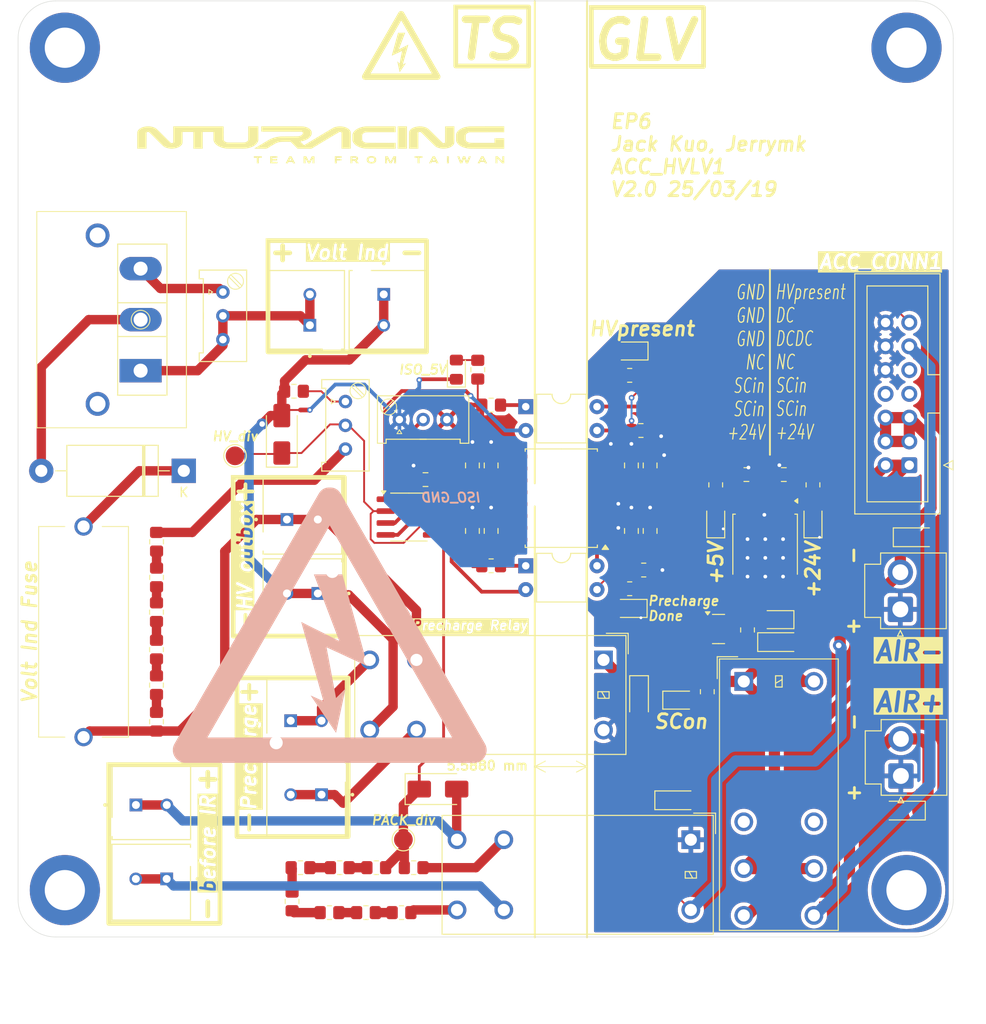
<source format=kicad_pcb>
(kicad_pcb (version 20240108) (generator "pcbnew") (generator_version "8.0")
  (title_block (title "ACC_HVLV1") (date "2025-03-19") (rev "2.0") (company "NTURacing") (comment 1 "Jack Kuo, Jerrymk") (comment 2 "Powertrain"))
  (layers (0 "F.Cu" signal) (31 "B.Cu" signal) (34 "B.Paste" user) (35 "F.Paste" user) (36 "B.SilkS" user "B.Silkscreen") (37 "F.SilkS" user "F.Silkscreen") (38 "B.Mask" user) (39 "F.Mask" user) (44 "Edge.Cuts" user))
  (net 0 "")
  (net 1 "GND")
  (net 2 "+5V")
  (net 3 "+24V")
  (net 4 "/SC_IN")
  (net 5 "/AIR+P")
  (net 6 "Net-(D4-A)")
  (net 7 "Net-(D5-A)")
  (net 8 "Net-(D6-A)")
  (net 9 "Net-(D9-A)")
  (net 10 "Net-(D9-K)")
  (net 11 "Net-(D11-A)")
  (net 12 "/HVside/HV+")
  (net 25 "/HVside/PACK+")
  (net 26 "/HVside/PACK-")
  (net 27 "/HVside/HV-")
  (net 28 "/HVside/PACK_div-")
  (net 29 "/HVside/ISO_GND")
  (net 30 "/HVside/precharge_done")
  (net 32 "/DCDC_activate_24V")
  (net 34 "Net-(Q2-S)")
  (net 36 "/HVside/ISO_5V")
  (net 39 "Net-(U3-Pad1)")
  (net 40 "Net-(R2-Pad2)")
  (net 41 "Net-(R7-Pad2)")
  (net 42 "Net-(U3-Pad7)")
  (net 43 "/HVpresent_ACC")
  (net 44 "Net-(J10-Pin_1)")
  (net 45 "Net-(R10-Pad1)")
  (net 46 "Net-(R12-Pad1)")
  (net 47 "Net-(R12-Pad2)")
  (net 48 "Net-(R13-Pad2)")
  (net 49 "Net-(R14-Pad2)")
  (net 50 "Net-(R15-Pad2)")
  (net 51 "Net-(R16-Pad2)")
  (net 52 "Net-(R17-Pad2)")
  (net 53 "Net-(U3A-+)")
  (net 54 "Net-(R5-Pad2)")
  (net 55 "Net-(R18-Pad2)")
  (net 56 "Net-(R19-Pad2)")
  (net 57 "Net-(R20-Pad2)")
  (net 58 "Net-(R21-Pad2)")
  (net 59 "/HVside/PACK_div+")
  (net 60 "Net-(D12-A)")
  (net 61 "Net-(D13-A)")
  (net 62 "Net-(D14-A)")
  (net 63 "Net-(D15-A)")
  (net 64 "/HVside/V_div_PACK")
  (net 65 "/HVside/V_div_HV")
  (net 66 "/HVside/VI_LED+")
  (net 67 "Net-(J11-Pin_1)")
  (net 70 "/DC_deactivate_24V")
  (footprint "nturt_kicad_lib_EP6:HRS_DF33C-2P-3.3DSA" (layer "F.Cu") (at 70.4 85.4 180)
    (property "Reference" "J2" (hide yes))
    (property "Value" "HV+")
  )
  (footprint "Diode_SMD:D_SOD-123F" (layer "F.Cu") (at 110.3 115.4)
    (property "Reference" "D3" (hide yes))
    (property "Value" "1N4001")
  )
  (footprint "Capacitor_SMD:C_0805_2012Metric_Pad1.18x1.45mm_HandSolder" (layer "F.Cu") (at 90.584 79.623 90)
    (property "Reference" "C8" (hide yes))
    (property "Value" "0u1")
  )
  (footprint "Diode_SMD:D_SOD-123F" (layer "F.Cu") (at 106.4 104.3 -90)
    (property "Reference" "D1" (hide yes))
    (property "Value" "1N4001")
  )
  (footprint "LED_SMD:LED_0805_2012Metric_Pad1.15x1.40mm_HandSolder" (layer "F.Cu") (at 121.1 96.1 180)
    (property "Reference" "D6" (hide yes))
    (property "Value" "RED LED")
  )
  (footprint "nturt_kicad_lib_EP6:HRS_DF33C-2P-3.3DSA" (layer "F.Cu") (at 54.25 115.9 180)
    (property "Reference" "J3" (hide yes))
    (property "Value" "PACK-")
  )
  (footprint "Capacitor_SMD:C_0805_2012Metric_Pad1.18x1.45mm_HandSolder" (layer "F.Cu") (at 117.88 80.6)
    (property "Reference" "C3" (hide yes))
    (property "Value" "10u")
  )
  (footprint "Diode_SMD:D_SMA" (layer "F.Cu") (at 84.9 114.2)
    (property "Reference" "D7" (hide yes))
    (property "Value" "5.1V (1SMA5918A)")
  )
  (footprint "nturt_kicad_lib_EP6:Throughhole Potentiometer 3296W" (layer "F.Cu") (at 75 72.8 90)
    (property "Reference" "RV3" (hide yes))
    (property "Value" "10k")
  )
  (footprint "Capacitor_SMD:C_0805_2012Metric_Pad1.18x1.45mm_HandSolder" (layer "F.Cu") (at 88.584 79.623 90)
    (property "Reference" "C7" (hide yes))
    (property "Value" "10u")
  )
  (footprint "TestPoint:TestPoint_Pad_D2.0mm" (layer "F.Cu") (at 63.2 78.6)
    (property "Reference" "TP5" (hide yes))
    (property "Value" "divHV")
  )
  (footprint "Resistor_SMD:R_0805_2012Metric_Pad1.20x1.40mm_HandSolder" (layer "F.Cu") (at 82.3 122.6)
    (property "Reference" "R8" (hide yes))
    (property "Value" "47k")
  )
  (footprint "Connector_IDC:IDC-Header_2x07_P2.54mm_Vertical" (layer "F.Cu") (at 135.3 79.6 180)
    (property "Reference" "J7" (hide yes))
    (property "Value" "to ACC_CONN1")
  )
  (footprint "Resistor_SMD:R_0805_2012Metric_Pad1.20x1.40mm_HandSolder" (layer "F.Cu") (at 69.5 71.7 180)
    (property "Reference" "R10" (hide yes))
    (property "Value" "47k")
  )
  (footprint "Resistor_SMD:R_0805_2012Metric_Pad1.20x1.40mm_HandSolder" (layer "F.Cu") (at 125 81.7 -90)
    (property "Reference" "R23" (hide yes))
    (property "Value" "10k")
  )
  (footprint "Package_TO_SOT_THT:TO-247-3_Vertical" (layer "F.Cu") (at 53.1 69.5 90)
    (property "Reference" "Q2" (hide yes))
    (property "Value" "IXTH6N100D2")
  )
  (footprint "Resistor_SMD:R_0805_2012Metric_Pad1.20x1.40mm_HandSolder" (layer "F.Cu") (at 106.6038 75.8944)
    (property "Reference" "R11" (hide yes))
    (property "Value" "10k")
  )
  (footprint "Resistor_SMD:R_0805_2012Metric_Pad1.20x1.40mm_HandSolder" (layer "F.Cu") (at 69.3 126.2 90)
    (property "Reference" "R13" (hide yes))
    (property "Value" "2M")
  )
  (footprint "Capacitor_SMD:C_0805_2012Metric_Pad1.18x1.45mm_HandSolder" (layer "F.Cu") (at 88.584 86.623 90)
    (property "Reference" "C9" (hide yes))
    (property "Value" "10u")
  )
  (footprint "LED_SMD:LED_0805_2012Metric_Pad1.15x1.40mm_HandSolder" (layer "F.Cu") (at 105.5 67.4 180)
    (property "Reference" "D11" (hide yes))
    (property "Value" "YELLOW LED")
  )
  (footprint "Relay_THT:Relay_DPDT_Omron_G2RL-2" (layer "F.Cu") (at 117.6 102.7)
    (property "Reference" "RL1" (hide yes))
    (property "Value" "G2RL-24-DC24")
  )
  (footprint "Package_TO_SOT_SMD:TO-252-3_TabPin2" (layer "F.Cu") (at 119.88 88.14 -90)
    (property "Reference" "U2" (hide yes))
    (property "Value" "L7805")
  )
  (footprint "MountingHole:MountingHole_4.3mm_M4_DIN965_Pad_TopBottom" (layer "F.Cu") (at 45 125)
    (property "Reference" "H2" (hide yes))
    (property "Value" "MountingHole_Pad")
  )
  (footprint "Resistor_SMD:R_0805_2012Metric_Pad1.20x1.40mm_HandSolder" (layer "F.Cu") (at 114.6 81.7 -90)
    (property "Reference" "R24" (hide yes))
    (property "Value" "10k")
  )
  (footprint "LED_SMD:LED_0805_2012Metric_Pad1.15x1.40mm_HandSolder" (layer "F.Cu") (at 125 85.5 90)
    (property "Reference" "D13" (hide yes))
    (property "Value" "RED LED")
  )
  (footprint "Relay_THT:Relay_DPST_Omron_G2RL-2A" (layer "F.Cu") (at 111.9375 119.6125 -90)
    (property "Reference" "K2" (hide yes))
    (property "Value" "G2RG-2A-X DC24")
  )
  (footprint "Package_TO_SOT_SMD:SOT-23" (layer "F.Cu") (at 114.9 97.1)
    (property "Reference" "Q1" (hide yes))
    (property "Value" "2N7002")
  )
  (footprint "Connector_JST:JST_VH_B2P-VH-B_1x02_P3.96mm_Vertical" (layer "F.Cu") (at 134.3406 95 90)
    (property "Reference" "J6" (hide yes))
    (property "Value" "AIR-")
  )
  (footprint "Connector_JST:JST_VH_B2P-VH-B_1x02_P3.96mm_Vertical" (layer "F.Cu") (at 134.4 112.8 90)
    (property "Reference" "J5" (hide yes))
    (property "Value" "AIR-")
  )
  (footprint "Package_DIP:DIP-4_W7.62mm" (layer "F.Cu") (at 94.284 73.348)
    (property "Reference" "U5" (hide yes))
    (property "Value" "EL817")
  )
  (footprint "Resistor_SMD:R_0805_2012Metric_Pad1.20x1.40mm_HandSolder" (layer "F.Cu") (at 73.3 127.4 180)
    (property "Reference" "R12" (hide yes))
    (property "Value" "2M")
  )
  (footprint "nturt_kicad_lib_EP6:HRS_DF33C-2P-3.3DSA" (layer "F.Cu") (at 70.8 106.9 180)
    (property "Reference" "J10" (hide yes))
    (property "Value" "PrechargeRes+")
  )
  (footprint "nturt_kicad_lib_EP6:HRS_DF33C-2P-3.3DSA" (layer "F.Cu") (at 54.2375 123.8)
    (property "Reference" "J1" (hide yes))
    (property "Value" "PACK+")
  )
  (footprint "Resistor_SMD:R_0805_2012Metric_Pad1.20x1.40mm_HandSolder" (layer "F.Cu") (at 105.4 92.8 180)
    (property "Reference" "R22" (hide yes))
    (property "Value" "10k")
  )
  (footprint "Diode_SMD:D_SOD-123F" (layer "F.Cu") (at 134.8 116.5 180)
    (property "Reference" "D2" (hide yes))
    (property "Value" "1N4001")
  )
  (footprint "NetTie:NetTie-2_SMD_Pad0.5mm" (layer "F.Cu") (at 70.7 73.7 180)
    (property "Reference" "NT1" (hide yes))
    (property "Value" "NetTie_2" (hide yes))
  )
  (footprint "TestPoint:TestPoint_Pad_D2.0mm" (layer "F.Cu") (at 81.2 119.6)
    (property "Reference" "TP4" (hide yes))
    (property "Value" "divPack")
  )
  (footprint "Relay_THT:Relay_DPST_Omron_G2RL-2A" (layer "F.Cu") (at 102.6 100.4 -90)
    (property "Reference" "K1" (hide yes))
    (property "Value" "G2RG-2A-X DC24")
  )
  (footprint "Resistor_SMD:R_0805_2012Metric_Pad1.20x1.40mm_HandSolder" (layer "F.Cu") (at 54.808 91.59 90)
    (property "Reference" "R20" (hide yes))
    (property "Value" "2M")
  )
  (footprint "Resistor_SMD:R_0805_2012Metric_Pad1.20x1.40mm_HandSolder" (layer "F.Cu") (at 81 127.4 180)
    (property "Reference" "R5" (hide yes))
    (property "Value" "2M")
  )
  (footprint "Package_SO:SOIC-16W_7.5x10.3mm_P1.27mm" (layer "F.Cu") (at 98.084 83.123 180)
    (property "Reference" "U1" (hide yes))
    (property "Value" "ADUM5000ARWZ-RL")
  )
  (footprint "LED_SMD:LED_0805_2012Metric_Pad1.15x1.40mm_HandSolder" (layer "F.Cu") (at 114.6 85.5 90)
    (property "Reference" "D14" (hide yes))
    (property "Value" "RED LED")
  )
  (footprint "Resistor_SMD:R_0805_2012Metric_Pad1.20x1.40mm_HandSolder" (layer "F.Cu") (at 78.3 122.6)
    (property "Reference" "R26" (hide yes))
    (property "Value" "10k")
  )
  (footprint "Package_DIP:DIP-4_W7.62mm" (layer "F.Cu") (at 94.284 90.348)
    (property "Reference" "U4" (hide yes))
    (property "Value" "EL817")
  )
  (footprint "nturt_kicad_lib_EP6:HRS_DF33C-2P-3.3DSA" (layer "F.Cu") (at 70.4 93.3)
    (property "Reference" "J4" (hide yes))
    (property "Value" "HV-")
  )
  (footprint "LED_SMD:LED_0805_2012Metric_Pad1.15x1.40mm_HandSolder" (layer "F.Cu") (at 105.4 94.9 180)
    (property "Reference" "D12" (hide yes))
    (property "Value" "EMERALD LED")
  )
  (footprint "Capacitor_SMD:C_0805_2012Metric_Pad1.18x1.45mm_HandSolder" (layer "F.Cu") (at 107.584 86.623 90)
    (property "Reference" "C5" (hide yes))
    (property "Value" "10u")
  )
  (footprint "Resistor_SMD:R_0805_2012Metric_Pad1.20x1.40mm_HandSolder" (layer "F.Cu") (at 70.2 122.6)
    (property "Reference" "R14" (hide yes))
    (property "Value" "2M")
  )
  (footprint "SamacSys_Parts_EP6:65600001009" (layer "F.Cu") (at 47 97.4 -90)
    (property "Reference" "F1" (hide yes))
    (property "Value" "500V/0.5A" (hide yes))
  )
  (footprint "Capacitor_SMD:C_0805_2012Metric_Pad1.18x1.45mm_HandSolder" (layer "F.Cu") (at 83.566 81.14 180)
    (property "Reference" "C11" (hide yes))
    (property "Value" "0u1")
  )
  (footprint "Diode_SMD:D_SOD-123F" (layer "F.Cu") (at 135.8 87.3)
    (property "Reference" "D10" (hide yes))
    (property "Value" "1N4001")
  )
  (footprint "Capacitor_SMD:C_0805_2012Metric_Pad1.18x1.45mm_HandSolder" (layer "F.Cu") (at 105.584 79.623 90)
    (property "Reference" "C2" (hide yes))
    (property "Value" "0u1")
  )
  (footprint "nturt_kicad_lib_EP6:HRS_DF33C-2P-3.3DSA" (layer "F.Cu") (at 71.2 63 -90)
    (property "Reference" "J8" (hide yes))
    (property "Value" "VI_LED+")
  )
  (footprint "MountingHole:MountingHole_4.3mm_M4_DIN965_Pad_TopBottom" (layer "F.Cu") (at 45 35)
    (property "Reference" "H1" (hide yes))
    (property "Value" "MountingHole_Pad")
  )
  (footprint "Resistor_SMD:R_0805_2012Metric_Pad1.20x1.40mm_HandSolder" (layer "F.Cu") (at 54.8 95.3 90)
    (property "Reference" "R19" (hide yes))
    (property "Value" "2M")
  )
  (footprint "Diode_SMD:D_SMA" (layer "F.Cu") (at 68.2 76.3 90)
    (property "Reference" "D8" (hide yes))
    (property "Value" "5.1V (1SMA5918A)")
  )
  (footprint "Capacitor_SMD:C_0805_2012Metric_Pad1.18x1.45mm_HandSolder" (layer "F.Cu") (at 90.584 86.623 90)
    (property "Reference" "C10" (hide yes))
    (property "Value" "0u1")
  )
  (footprint "nturt_kicad_lib_EP6:HRS_DF33C-2P-3.3DSA" (layer "F.Cu") (at 70.8 114.8)
    (property "Reference" "J11" (hide yes))
    (property "Value" "PrechargeRes-")
  )
  (footprint "Capacitor_SMD:C_0805_2012Metric_Pad1.18x1.45mm_HandSolder" (layer "F.Cu") (at 107.584 79.623 90)
    (property "Reference" "C1" (hide yes))
    (property "Value" "10u")
  )
  (footprint "Resistor_SMD:R_0805_2012Metric_Pad1.20x1.40mm_HandSolder" (layer "F.Cu") (at 74.4 122.6)
    (property "Reference" "R15" (hide yes))
    (property "Value" "2M")
  )
  (footprint "Resistor_SMD:R_0805_2012Metric_Pad1.20x1.40mm_HandSolder" (layer "F.Cu") (at 54.8 107 90)
    (property "Reference" "R16" (hide yes))
    (property "Value" "2M")
  )
  (footprint "nturt_kicad_lib_EP6:Throughhole Potentiometer 3296W" (layer "F.Cu") (at 80.772 74.726 180)
    (property "Reference" "RV4" (hide yes))
    (property "Value" "10k")
  )
  (footprint "Resistor_SMD:R_0805_2012Metric_Pad1.20x1.40mm_HandSolder" (layer "F.Cu") (at 54.8 103.1 90)
    (property "Reference" "R17" (hide yes))
    (property "Value" "2M")
  )
  (footprint "nturt_kicad_lib_EP6:HRS_DF33C-2P-3.3DSA" (layer "F.Cu") (at 79.1 63 90)
    (property "Reference" "J9" (hide yes))
    (property "Value" "VI_LED-")
  )
  (footprint "Resistor_SMD:R_0805_2012Metric_Pad1.20x1.40mm_HandSolder" (layer "F.Cu") (at 118 97.2 90)
    (property "Reference" "R1" (hide yes))
    (property "Value" "10k")
  )
  (footprint "nturt_kicad_lib_EP6:Throughhole Potentiometer 3296W" (layer "F.Cu") (at 61.9 61.1 90)
    (property "Reference" "RV2" (hide yes))
    (property "Value" "1k")
  )
  (footprint "MountingHole:MountingHole_4.3mm_M4_DIN965_Pad_TopBottom" (layer "F.Cu") (at 135 35)
    (property "Reference" "H3" (hide yes))
    (property "Value" "MountingHole_Pad")
  )
  (footprint "Resistor_SMD:R_0805_2012Metric_Pad1.20x1.40mm_HandSolder" (layer "F.Cu") (at 77.2 127.4 180)
    (property "Reference" "R6" (hide yes))
    (property "Value" "2M")
  )
  (footprint "Resistor_SMD:R_0805_2012Metric_Pad1.20x1.40mm_HandSolder" (layer "F.Cu") (at 113.7 103.8 -90)
    (property "Reference" "R4" (hide yes))
    (property "Value" "10k")
  )
  (footprint "LED_SMD:LED_0805_2012Metric_Pad1.15x1.40mm_HandSolder" (layer "F.Cu") (at 86.868 69.392 90)
    (property "Reference" "D15" (hide yes))
    (property "Value" "RED LED")
  )
  (footprint "Capacitor_SMD:C_0805_2012Metric_Pad1.18x1.45mm_HandSolder" (layer "F.Cu") (at 121.88 80.6 180)
    (property "Reference" "C4" (hide yes))
    (property "Value" "10u")
  )
  (footprint "Resistor_SMD:R_0805_2012Metric_Pad1.20x1.40mm_HandSolder" (layer "F.Cu") (at 89.154 69.392 90)
    (property "Reference" "R25" (hide yes))
    (property "Value" "10k")
  )
  (footprint "LED_SMD:LED_0805_2012Metric_Pad1.15x1.40mm_HandSolder" (layer "F.Cu") (at 110.8 104.7)
    (property "Reference" "D5" (hide yes))
    (property "Value" "WHITE LED")
  )
  (footprint "Resistor_SMD:R_0805_2012Metric_Pad1.20x1.40mm_HandSolder" (layer "F.Cu") (at 54.8 99.3 90)
    (property "Reference" "R18" (hide yes))
    (property "Value" "2M")
  )
  (footprint "Resistor_SMD:R_0805_2012Metric_Pad1.20x1.40mm_HandSolder" (layer "F.Cu") (at 54.808 87.78 90)
    (property "Reference" "R21" (hide yes))
    (property "Value" "2M")
  )
  (footprint "Resistor_SMD:R_0805_2012Metric_Pad1.20x1.40mm_HandSolder" (layer "F.Cu") (at 106.9 90.8)
    (property "Reference" "R3" (hide yes))
    (property "Value" "10k")
  )
  (footprint "Resistor_SMD:R_0805_2012Metric_Pad1.20x1.40mm_HandSolder" (layer "F.Cu") (at 90.584 90.348)
    (property "Reference" "R2" (hide yes))
    (property "Value" "10k")
  )
  (footprint "Resistor_SMD:R_0805_2012Metric_Pad1.20x1.40mm_HandSolder" (layer "F.Cu") (at 105.4 70 180)
    (property "Reference" "R9" (hide yes))
    (property "Value" "10k")
  )
  (footprint "Resistor_SMD:R_0805_2012Metric_Pad1.20x1.40mm_HandSolder" (layer "F.Cu") (at 90.584 73.178)
    (property "Reference" "R7" (hide yes))
    (property "Value" "10k")
  )
  (footprint "Diode_THT:D_DO-201_P15.24mm_Horizontal" (layer "F.Cu") (at 57.72 80.2 180)
    (property "Reference" "D9" (hide yes))
    (property "Value" "1N53xxB")
  )
  (footprint "Diode_SMD:D_SOD-123F" (layer "F.Cu") (at 121.3 98.5)
    (property "Reference" "D4" (hide yes))
    (property "Value" "1N4001")
  )
  (footprint "MountingHole:MountingHole_4.3mm_M4_DIN965_Pad_TopBottom" (layer "F.Cu") (at 135 125)
    (property "Reference" "H4" (hide yes))
    (property "Value" "MountingHole_Pad")
  )
  (footprint "Package_SO:SOIC-8_3.9x4.9mm_P1.27mm" (layer "F.Cu") (at 81.788 85.14)
    (property "Reference" "U3" (hide yes))
    (property "Value" "LM393")
  )
  (footprint "Capacitor_SMD:C_0805_2012Metric_Pad1.18x1.45mm_HandSolder" (layer "F.Cu") (at 105.584 86.623 90)
    (property "Reference" "C6" (hide yes))
    (property "Value" "0u1")
  )
  (gr_poly (pts (xy 73.159835 81.98776) (xy 73.078081 81.99535) (xy 72.996884 82.008319) (xy 72.916489 82.026821) (xy 72.837136 82.051008) (xy 72.797926 82.065282) (xy 72.759068 82.081035) (xy 72.720592 82.098287) (xy 72.682528 82.117056) (xy 72.644906 82.137362) (xy 72.607757 82.159223) (xy 72.571111 82.18266) (xy 72.534998 82.207691) (xy 72.499449 82.234336) (xy 72.464494 82.262613) (xy 72.430163 82.292543) (xy 72.396486 82.324143) (xy 72.363494 82.357434) (xy 72.331218 82.392435) (xy 72.299686 82.429164) (xy 72.26893 82.467641) (xy 72.23898 82.507886) (xy 72.209866 82.549916) (xy 72.181619 82.593753) (xy 72.154268 82.639414) (xy 56.725177 109.362754) (xy 56.725008 109.36284) (xy 56.724923 109.362882) (xy 56.724838 109.362923) (xy 56.680156 109.446959) (xy 56.642152 109.532265) (xy 56.610684 109.618582) (xy 56.585608 109.705653) (xy 56.566779 109.79322) (xy 56.554055 109.881024) (xy 56.54729 109.968806) (xy 56.546343 110.05631) (xy 56.551068 110.143276) (xy 56.561323 110.229447) (xy 56.576963 110.314563) (xy 56.597845 110.398368) (xy 56.623825 110.480603) (xy 56.65476 110.561009) (xy 56.690505 110.639329) (xy 56.730918 110.715304) (xy 56.775853 110.788676) (xy 56.825168 110.859187) (xy 56.878719 110.926578) (xy 56.936363 110.990592) (xy 56.997954 111.050971) (xy 57.063351 111.107455) (xy 57.132408 111.159787) (xy 57.204983 111.207709) (xy 57.280931 111.250963) (xy 57.36011 111.28929) (xy 57.442374 111.322432) (xy 57.527581 111.35013) (xy 57.615587 111.372128) (xy 57.706248 111.388166) (xy 57.79942 111.397986) (xy 57.89496 111.401331) (xy 88.753138 111.401331) (xy 88.848649 111.398006) (xy 88.941796 111.388202) (xy 89.032434 111.372178) (xy 89.120421 111.350192) (xy 89.205612 111.322503) (xy 89.287863 111.289369) (xy 89.36703 111.251048) (xy 89.44297 111.207798) (xy 89.515537 111.159878) (xy 89.58459 111.107547) (xy 89.649982 111.051061) (xy 89.711571 110.990681) (xy 89.769213 110.926664) (xy 89.822763 110.859269) (xy 89.872078 110.788753) (xy 89.917013 110.715375) (xy 89.957425 110.639394) (xy 89.99317 110.561068) (xy 90.024104 110.480655) (xy 90.050082 110.398413) (xy 90.070962 110.314602) (xy 90.086598 110.229478) (xy 90.096847 110.143301) (xy 90.101565 110.056328) (xy 90.100609 109.968819) (xy 90.093833 109.881032) (xy 90.081094 109.793224) (xy 90.062249 109.705654) (xy 90.037153 109.618581) (xy 90.005663 109.532262) (xy 89.967633 109.446957) (xy 89.922921 109.362923) (xy 89.535345 108.691629) (xy 86.406206 108.691629) (xy 60.241383 108.691629) (xy 73.323796 86.032573) (xy 86.406206 108.691629) (xy 89.535345 108.691629) (xy 74.493832 82.639301) (xy 74.43823 82.549824) (xy 74.379157 82.467573) (xy 74.316856 82.392391) (xy 74.25157 82.324125) (xy 74.183544 82.26262) (xy 74.11302 82.207722) (xy 74.040243 82.159276) (xy 73.965456 82.117127) (xy 73.888903 82.081121) (xy 73.810828 82.051103) (xy 73.731474 82.02692) (xy 73.651085 82.008415) (xy 73.569904 81.995436) (xy 73.488175 81.987827) (xy 73.406143 81.985433) (xy 73.324049 81.988101) (xy 73.241905 81.985395)) (stroke (width -0.000001)) (fill solid) (layer "B.SilkS"))
  (gr_poly (pts (xy 74.338666 98.378666) (xy 70.274667 96.346667) (xy 72.645333 104.813191) (xy 71.28251 104.200911) (xy 74 108.2) (xy 75.016 103.458667) (xy 74 104.474666) (xy 72.984 99.056) (xy 77.386667 101.088001) (xy 74.677333 91.266667) (xy 71.629334 91.266667)) (stroke (width -0.000001)) (fill solid) (layer "B.SilkS"))
  (gr_line (start 100.838 130.048) (end 100.838 30) (stroke (width 0.2)) (layer "F.SilkS"))
  (gr_poly (pts (xy 89.954381 46.962545) (xy 90.093023 47.227658) (xy 90.135951 47.310505) (xy 90.147865 47.334032) (xy 90.152289 47.343545) (xy 90.152336 47.344038) (xy 90.152087 47.344524) (xy 90.150726 47.345474) (xy 90.148261 47.346389) (xy 90.144748 47.347266) (xy 90.134802 47.348884) (xy 90.121334 47.350292) (xy 90.104789 47.351452) (xy 90.085616 47.352326) (xy 90.064259 47.352878) (xy 90.041166 47.35307) (xy 89.925809 47.35307) (xy 89.889822 47.278987) (xy 89.853841 47.204904) (xy 89.435801 47.204904) (xy 89.400875 47.275812) (xy 89.36595 47.347778) (xy 89.252706 47.350953) (xy 89.229563 47.351249) (xy 89.208058 47.351334) (xy 89.188636 47.351196) (xy 89.171744 47.350821) (xy 89.157829 47.350199) (xy 89.152127 47.349791) (xy 89.147337 47.349317) (xy 89.143514 47.348774) (xy 89.140715 47.348161) (xy 89.139716 47.347828) (xy 89.138994 47.347477) (xy 89.138556 47.347108) (xy 89.138408 47.346721) (xy 89.153076 47.316343) (xy 89.193045 47.237844) (xy 89.29103 47.048667) (xy 89.521497 47.048667) (xy 89.52181 47.049063) (xy 89.523421 47.049849) (xy 89.52629 47.050623) (xy 89.530354 47.051379) (xy 89.541801 47.052809) (xy 89.557242 47.054091) (xy 89.576156 47.055174) (xy 89.598021 47.056009) (xy 89.622316 47.056547) (xy 89.648522 47.056737) (xy 89.779757 47.056737) (xy 89.715198 46.924445) (xy 89.702345 46.898098) (xy 89.690162 46.873414) (xy 89.678921 46.850961) (xy 89.668896 46.831312) (xy 89.660359 46.815036) (xy 89.653583 46.802704) (xy 89.650941 46.798195) (xy 89.648841 46.794886) (xy 89.647318 46.792849) (xy 89.646783 46.792329) (xy 89.646405 46.792154) (xy 89.644491 46.794553) (xy 89.640519 46.801379) (xy 89.627489 46.82607) (xy 89.588728 46.90394) (xy 89.547585 46.989946) (xy 89.531578 47.024807) (xy 89.521523 47.04827) (xy 89.521497 47.048667) (xy 89.29103 47.048667) (xy 89.324674 46.983712) (xy 89.521523 46.609062) (xy 89.523053 46.606244) (xy 89.524934 46.603731) (xy 89.527267 46.601507) (xy 89.530155 46.599554) (xy 89.533701 46.597855) (xy 89.538006 46.596393) (xy 89.543173 46.595152) (xy 89.549305 46.594113) (xy 89.556503 46.593261) (xy 89.56487 46.592577) (xy 89.58552 46.591649) (xy 89.612074 46.591192) (xy 89.64535 46.59107) (xy 89.760707 46.59107)) (stroke (width -0.000001)) (fill solid) (layer "F.SilkS"))
  (gr_poly (pts (xy 80.715333 35.176) (xy 81.731333 34.668) (xy 81.138667 36.784631) (xy 81.479372 36.631561) (xy 80.8 37.631333) (xy 80.546 36.446) (xy 80.8 36.7) (xy 81.054 35.345333) (xy 79.953333 35.853333) (xy 80.630667 33.398) (xy 81.392667 33.398)) (stroke (width -0.000001)) (fill solid) (layer "F.SilkS"))
  (gr_rect (start 101.3 30.7) (end 113.3 37) (stroke (width 0.5)) (fill none) (layer "F.SilkS"))
  (gr_line (start 120.396 58.674) (end 120.396 78.486) (stroke (width 0.2)) (layer "F.SilkS"))
  (gr_poly (pts (xy 86.651323 44.276495) (xy 86.651205 44.531176) (xy 86.650777 44.734175) (xy 86.649928 44.891658) (xy 86.648545 45.009788) (xy 86.646517 45.09473) (xy 86.645226 45.126681) (xy 86.643733 45.152647) (xy 86.642022 45.173397) (xy 86.64008 45.189703) (xy 86.637893 45.202334) (xy 86.635448 45.212062) (xy 86.624628 45.244102) (xy 86.611457 45.275511) (xy 86.595998 45.30626) (xy 86.578311 45.336321) (xy 86.536501 45.39426) (xy 86.486522 45.449096) (xy 86.428865 45.500595) (xy 86.364024 45.548525) (xy 86.292492 45.592654) (xy 86.214762 45.63275) (xy 86.131326 45.668579) (xy 86.042679 45.699908) (xy 85.949312 45.726507) (xy 85.85172 45.748141) (xy 85.750394 45.764579) (xy 85.645828 45.775588) (xy 85.538515 45.780935) (xy 85.428948 45.780387) (xy 85.37564 45.777943) (xy 85.323258 45.774178) (xy 85.271784 45.769086) (xy 85.221202 45.76266) (xy 85.171494 45.754895) (xy 85.122643 45.745785) (xy 85.074632 45.735322) (xy 85.027444 45.723502) (xy 84.981063 45.710317) (xy 84.935471 45.695762) (xy 84.89065 45.67983) (xy 84.846584 45.662515) (xy 84.803257 45.643811) (xy 84.76065 45.623712) (xy 84.718747 45.602212) (xy 84.67753 45.579304) (xy 84.647509 45.559902) (xy 84.609997 45.530654) (xy 84.558097 45.484984) (xy 84.484915 45.41632) (xy 84.247121 45.183719) (xy 83.841449 44.780262) (xy 83.500781 44.442059) (xy 83.368343 44.311603) (xy 83.260028 44.205852) (xy 83.174979 44.124013) (xy 83.11234 44.065292) (xy 83.089158 44.044353) (xy 83.071257 44.028895) (xy 83.058531 44.018821) (xy 83.050873 44.014029) (xy 83.043281 44.011216) (xy 83.035408 44.008727) (xy 83.027283 44.006556) (xy 83.018933 44.004698) (xy 83.010388 44.00315) (xy 83.001677 44.001904) (xy 82.983868 44.000304) (xy 82.965737 43.999857) (xy 82.947513 44.000523) (xy 82.929425 44.002262) (xy 82.911703 44.005033) (xy 82.894577 44.008797) (xy 82.878275 44.013512) (xy 82.863028 44.019139) (xy 82.855871 44.022282) (xy 82.849064 44.025638) (xy 82.842635 44.029201) (xy 82.836613 44.032967) (xy 82.831027 44.03693) (xy 82.825905 44.041087) (xy 82.821276 44.045431) (xy 82.817169 44.049957) (xy 82.813612 44.054661) (xy 82.810635 44.059537) (xy 82.807702 44.077134) (xy 82.805242 44.11935) (xy 82.801635 44.280861) (xy 82.799618 44.550521) (xy 82.798989 44.934779) (xy 82.798989 45.787796) (xy 82.301572 45.786737) (xy 81.804159 45.785679) (xy 81.804159 44.908321) (xy 81.804244 44.627056) (xy 81.804638 44.412392) (xy 81.805018 44.326912) (xy 81.805554 44.254333) (xy 81.806273 44.193406) (xy 81.807201 44.142881) (xy 81.808365 44.101509) (xy 81.809791 44.068041) (xy 81.811505 44.041227) (xy 81.813534 44.019817) (xy 81.814674 44.010748) (xy 81.815903 44.002561) (xy 81.817224 43.995101) (xy 81.81864 43.988211) (xy 81.821771 43.975517) (xy 81.825322 43.963229) (xy 81.835547 43.933992) (xy 81.847933 43.905047) (xy 81.862433 43.876441) (xy 81.879002 43.848218) (xy 81.897592 43.820422) (xy 81.918156 43.7931) (xy 81.94065 43.766295) (xy 81.965025 43.740053) (xy 81.991236 43.714419) (xy 82.019236 43.689437) (xy 82.048978 43.665153) (xy 82.080416 43.641611) (xy 82.113504 43.618858) (xy 82.148195 43.596936) (xy 82.184442 43.575892) (xy 82.2222 43.555771) (xy 82.247406 43.543665) (xy 82.275225 43.531603) (xy 82.305391 43.519652) (xy 82.33764 43.507881) (xy 82.407322 43.485152) (xy 82.482151 43.46396) (xy 82.560007 43.444852) (xy 82.638768 43.428374) (xy 82.716313 43.41507) (xy 82.790522 43.405487) (xy 82.834975 43.402255) (xy 82.888568 43.40046) (xy 82.948337 43.400055) (xy 83.011319 43.40099) (xy 83.074548 43.403214) (xy 83.135062 43.406678) (xy 83.189895 43.411333) (xy 83.236084 43.417129) (xy 83.281286 43.424713) (xy 83.329613 43.434542) (xy 83.379925 43.446281) (xy 83.431081 43.459595) (xy 83.481939 43.474149) (xy 83.531358 43.489608) (xy 83.578197 43.505638) (xy 83.621316 43.521904) (xy 83.691077 43.551444) (xy 83.722721 43.566778) (xy 83.754153 43.584197) (xy 83.786831 43.604983) (xy 83.822215 43.630418) (xy 83.861763 43.661785) (xy 83.906933 43.700365) (xy 84.019979 43.804295) (xy 84.173022 43.952464) (xy 84.645784 44.422546) (xy 84.936725 44.710776) (xy 85.178652 44.948008) (xy 85.273485 45.039872) (xy 85.346761 45.109834) (xy 85.395383 45.154842) (xy 85.409478 45.167035) (xy 85.416247 45.171846) (xy 85.422625 45.1741) (xy 85.429242 45.176104) (xy 85.443107 45.179376) (xy 85.457673 45.181689) (xy 85.47277 45.183074) (xy 85.488226 45.183559) (xy 85.503871 45.183175) (xy 85.519535 45.181951) (xy 85.535047 45.179915) (xy 85.550236 45.177099) (xy 85.564932 45.17353) (xy 85.578965 45.169239) (xy 85.592163 45.164255) (xy 85.604357 45.158608) (xy 85.615376 45.152326) (xy 85.620391 45.148957) (xy 85.625049 45.14544) (xy 85.629327 45.14178) (xy 85.633205 45.137979) (xy 85.656489 45.113637) (xy 85.658606 44.256387) (xy 85.661781 43.400196) (xy 86.157081 43.398079) (xy 86.651323 43.395963)) (stroke (width -0.000001)) (fill solid) (layer "F.SilkS"))
  (gr_rect (start 66.7225 55.6076) (end 83.6775 67.5) (stroke (width 0.5)) (fill none) (layer "F.SilkS"))
  (gr_poly (pts (xy 67.728325 46.760404) (xy 67.180109 46.760404) (xy 67.175876 46.818612) (xy 67.172701 46.87682) (xy 67.696575 46.87682) (xy 67.696575 47.046153) (xy 67.177992 47.046153) (xy 67.177992 47.104362) (xy 67.177945 47.116123) (xy 67.17781 47.127414) (xy 67.177602 47.13796) (xy 67.177331 47.147489) (xy 67.177011 47.155728) (xy 67.176653 47.162405) (xy 67.176271 47.167246) (xy 67.176074 47.168893) (xy 67.175876 47.169978) (xy 67.176943 47.17097) (xy 67.180844 47.171959) (xy 67.196579 47.173914) (xy 67.221937 47.17582) (xy 67.255779 47.177651) (xy 67.344348 47.180992) (xy 67.453158 47.183737) (xy 67.733617 47.189028) (xy 67.733617 47.347778) (xy 67.345208 47.350953) (xy 66.955741 47.35307) (xy 66.955741 46.59107) (xy 67.728325 46.59107)) (stroke (width -0.000001)) (fill solid) (layer "F.SilkS"))
  (gr_poly (pts (xy 66.056158 46.760404) (xy 65.738659 46.760404) (xy 65.738659 47.35307) (xy 65.526991 47.35307) (xy 65.526991 46.760404) (xy 65.209491 46.760404) (xy 65.209491 46.59107) (xy 66.056158 46.59107)) (stroke (width -0.000001)) (fill solid) (layer "F.SilkS"))
  (gr_poly (pts (xy 85.96129 46.593187) (xy 86.06395 46.596362) (xy 86.06395 47.347778) (xy 85.96129 47.350953) (xy 85.857572 47.354128) (xy 85.857572 46.590012)) (stroke (width -0.000001)) (fill solid) (layer "F.SilkS"))
  (gr_poly (pts (xy 68.928291 43.395006) (xy 69.503927 43.395715) (xy 69.730798 43.396487) (xy 69.921979 43.397639) (xy 70.081178 43.399247) (xy 70.212101 43.401387) (xy 70.318455 43.404134) (xy 70.403947 43.407565) (xy 70.440028 43.409561) (xy 70.472283 43.411756) (xy 70.501176 43.41416) (xy 70.52717 43.416782) (xy 70.550729 43.419632) (xy 70.572315 43.42272) (xy 70.592393 43.426054) (xy 70.611425 43.429645) (xy 70.648207 43.437634) (xy 70.686366 43.446762) (xy 70.748354 43.463014) (xy 70.808064 43.481175) (xy 70.865427 43.501196) (xy 70.920374 43.523029) (xy 70.972833 43.546622) (xy 71.022736 43.571927) (xy 71.070013 43.598894) (xy 71.114594 43.627473) (xy 71.15641 43.657615) (xy 71.195389 43.68927) (xy 71.213794 43.705649) (xy 71.231464 43.722388) (xy 71.24839 43.73948) (xy 71.264563 43.75692) (xy 71.279976 43.774701) (xy 71.294618 43.792817) (xy 71.308482 43.811261) (xy 71.321558 43.830028) (xy 71.333839 43.849111) (xy 71.345314 43.868504) (xy 71.355976 43.888201) (xy 71.365816 43.908196) (xy 71.37499 43.928275) (xy 71.378769 43.937324) (xy 71.382055 43.945998) (xy 71.384882 43.954511) (xy 71.387285 43.963076) (xy 71.389296 43.971908) (xy 71.390952 43.981221) (xy 71.392284 43.991228) (xy 71.393329 44.002144) (xy 71.394119 44.014182) (xy 71.394689 44.027556) (xy 71.395305 44.059169) (xy 71.39545 44.098696) (xy 71.394882 44.13453) (xy 71.393879 44.164908) (xy 71.393173 44.17836) (xy 71.392306 44.19082) (xy 71.391263 44.202412) (xy 71.390026 44.21326) (xy 71.388578 44.223488) (xy 71.386903 44.23322) (xy 71.384982 44.242579) (xy 71.382799 44.251691) (xy 71.380338 44.260679) (xy 71.37758 44.269666) (xy 71.374509 44.278778) (xy 71.371108 44.288137) (xy 71.344076 44.351494) (xy 71.310727 44.412897) (xy 71.271242 44.472228) (xy 71.225802 44.529371) (xy 71.174589 44.584207) (xy 71.117784 44.636618) (xy 71.055568 44.686487) (xy 70.988124 44.733696) (xy 70.915631 44.778126) (xy 70.838273 44.81966) (xy 70.756229 44.858181) (xy 70.669682 44.89357) (xy 70.578812 44.92571) (xy 70.483802 44.954482) (xy 70.384832 44.979769) (xy 70.282084 45.001454) (xy 70.183658 45.020504) (xy 70.382626 45.217354) (xy 70.580533 45.415262) (xy 72.115116 44.493454) (xy 73.218429 43.83398) (xy 73.568869 43.62653) (xy 73.715315 43.542012) (xy 73.755712 43.524941) (xy 73.800165 43.50803) (xy 73.847866 43.491541) (xy 73.898011 43.475734) (xy 73.949793 43.46087) (xy 74.002405 43.447209) (xy 74.055043 43.435011) (xy 74.106899 43.424537) (xy 74.140795 43.418957) (xy 74.176805 43.414121) (xy 74.253991 43.406694) (xy 74.336113 43.402269) (xy 74.420828 43.400857) (xy 74.505791 43.402471) (xy 74.588657 43.407124) (xy 74.667084 43.414828) (xy 74.7039 43.419828) (xy 74.738727 43.425596) (xy 74.821378 43.442377) (xy 74.900915 43.46246) (xy 74.97713 43.485699) (xy 75.049809 43.511949) (xy 75.084758 43.526158) (xy 75.118743 43.541064) (xy 75.15174 43.55665) (xy 75.183721 43.572898) (xy 75.21466 43.58979) (xy 75.244532 43.607306) (xy 75.273308 43.62543) (xy 75.300964 43.644142) (xy 75.327473 43.663424) (xy 75.352808 43.683259) (xy 75.376943 43.703628) (xy 75.399852 43.724513) (xy 75.421509 43.745895) (xy 75.441886 43.767757) (xy 75.460958 43.79008) (xy 75.478699 43.812847) (xy 75.495081 43.836037) (xy 75.510079 43.859635) (xy 75.523666 43.883621) (xy 75.535816 43.907977) (xy 75.546503 43.932685) (xy 75.5557 43.957726) (xy 75.56338 43.983083) (xy 75.569518 44.008737) (xy 75.572749 44.034791) (xy 75.575322 44.082424) (xy 75.578645 44.249773) (xy 75.579786 44.525469) (xy 75.579042 44.924196) (xy 75.575867 45.781446) (xy 75.081625 45.78462) (xy 74.586324 45.786737) (xy 74.586324 44.071179) (xy 74.560926 44.045779) (xy 74.556476 44.0416) (xy 74.551674 44.037597) (xy 74.541086 44.030131) (xy 74.529313 44.023404) (xy 74.516508 44.017436) (xy 74.502823 44.012249) (xy 74.488408 44.007865) (xy 74.473417 44.004306) (xy 74.458001 44.001594) (xy 74.442313 43.999749) (xy 74.426503 43.998795) (xy 74.410725 43.998752) (xy 74.395129 43.999642) (xy 74.379869 44.001488) (xy 74.365095 44.00431) (xy 74.35096 44.00813) (xy 74.337616 44.012971) (xy 73.88121 44.282316) (xy 72.835842 44.907262) (xy 71.371108 45.786737) (xy 69.882034 45.786737) (xy 69.511617 45.416321) (xy 69.1412 45.045904) (xy 68.670242 45.045904) (xy 68.478797 45.046551) (xy 68.322364 45.048897) (xy 68.255227 45.050897) (xy 68.194383 45.05355) (xy 68.139011 45.056932) (xy 68.088291 45.061118) (xy 68.041404 45.066184) (xy 67.997529 45.072207) (xy 67.955846 45.079263) (xy 67.915535 45.087427) (xy 67.875776 45.096775) (xy 67.835748 45.107384) (xy 67.794633 45.11933) (xy 67.751609 45.132687) (xy 67.695535 45.151258) (xy 67.642947 45.171118) (xy 67.587507 45.195641) (xy 67.522876 45.228202) (xy 67.442718 45.272172) (xy 67.340694 45.330926) (xy 67.045701 45.506279) (xy 66.577917 45.786737) (xy 65.907991 45.78462) (xy 65.238067 45.781446) (xy 66.004299 45.321071) (xy 66.48637 45.032509) (xy 66.64746 44.936983) (xy 66.767622 44.866781) (xy 66.856134 44.816523) (xy 66.89142 44.79719) (xy 66.922272 44.780825) (xy 66.94985 44.766754) (xy 66.975313 44.754304) (xy 67.024534 44.731579) (xy 67.076134 44.70958) (xy 67.130303 44.68809) (xy 67.245014 44.646995) (xy 67.366002 44.609001) (xy 67.490598 44.574813) (xy 67.616136 44.545141) (xy 67.739951 44.52069) (xy 67.859375 44.502167) (xy 67.916607 44.495349) (xy 67.971742 44.490279) (xy 68.003557 44.487137) (xy 68.031802 44.484194) (xy 68.043592 44.482858) (xy 68.053299 44.481647) (xy 68.060526 44.480584) (xy 68.063085 44.480117) (xy 68.064875 44.479696) (xy 68.14124 44.477513) (xy 68.339248 44.475727) (xy 68.980334 44.473346) (xy 69.297726 44.472463) (xy 69.542441 44.471047) (xy 69.641156 44.469972) (xy 69.726036 44.468564) (xy 69.798527 44.466757) (xy 69.860073 44.464482) (xy 69.912118 44.461674) (xy 69.956108 44.458266) (xy 69.993487 44.454192) (xy 70.025701 44.449384) (xy 70.054195 44.443777) (xy 70.080412 44.437302) (xy 70.105798 44.429895) (xy 70.131799 44.421487) (xy 70.166433 44.408818) (xy 70.199617 44.394694) (xy 70.231242 44.379225) (xy 70.261197 44.362518) (xy 70.289372 44.344683) (xy 70.315658 44.325828) (xy 70.339944 44.306061) (xy 70.362119 44.285491) (xy 70.372382 44.274939) (xy 70.382075 44.264227) (xy 70.391186 44.253368) (xy 70.399701 44.242377) (xy 70.407605 44.231266) (xy 70.414886 44.220049) (xy 70.421529 44.20874) (xy 70.427521 44.197352) (xy 70.432848 44.185899) (xy 70.437496 44.174395) (xy 70.441452 44.162853) (xy 70.444701 44.151286) (xy 70.44723 44.139708) (xy 70.449025 44.128133) (xy 70.450072 44.116575) (xy 70.450358 44.105046) (xy 70.449992 44.094706) (xy 70.449269 44.085082) (xy 70.448151 44.076122) (xy 70.447434 44.071874) (xy 70.446604 44.067773) (xy 70.445659 44.06381) (xy 70.444592 44.059981) (xy 70.443401 44.056278) (xy 70.44208 44.052695) (xy 70.440624 44.049226) (xy 70.43903 44.045862) (xy 70.437293 44.042599) (xy 70.435409 44.039429) (xy 70.433373 44.036346) (xy 70.43118 44.033343) (xy 70.428827 44.030414) (xy 70.426308 44.027552) (xy 70.423619 44.02475) (xy 70.420757 44.022002) (xy 70.417715 44.019302) (xy 70.414491 44.016642) (xy 70.411079 44.014016) (xy 70.407474 44.011418) (xy 70.399672 44.006277) (xy 70.391048 44.001168) (xy 70.381567 43.996037) (xy 70.337117 43.971696) (xy 68.170708 43.968521) (xy 66.003241 43.966404) (xy 66.003241 43.394904) (xy 68.165416 43.394904)) (stroke (width -0.000001)) (fill solid) (layer "F.SilkS"))
  (gr_rect (start 63 80.9) (end 74.8924 97.855) (stroke (width 0.5)) (fill none) (layer "F.SilkS"))
  (gr_line (start 95.25 30) (end 95.25 81.534) (stroke (width 0.2)) (layer "F.SilkS"))
  (gr_poly (pts (xy 59.286 43.398079) (xy 61.976284 43.400196) (xy 61.981575 44.130446) (xy 61.986867 44.860696) (xy 62.015443 44.910437) (xy 62.022171 44.920983) (xy 62.029281 44.931207) (xy 62.036811 44.941133) (xy 62.044795 44.950786) (xy 62.053268 44.960191) (xy 62.062268 44.969373) (xy 62.071828 44.978357) (xy 62.081985 44.987166) (xy 62.092775 44.995827) (xy 62.104233 45.004364) (xy 62.116395 45.012802) (xy 62.129296 45.021165) (xy 62.142972 45.029479) (xy 62.157459 45.037768) (xy 62.172793 45.046057) (xy 62.189008 45.054371) (xy 62.237526 45.078687) (xy 62.282473 45.096704) (xy 62.308164 45.103644) (xy 62.338432 45.109362) (xy 62.41999 45.117606) (xy 62.541731 45.122377) (xy 62.718241 45.124618) (xy 63.293909 45.125279) (xy 63.575576 45.125198) (xy 63.79326 45.124833) (xy 63.956101 45.123995) (xy 64.019811 45.123342) (xy 64.073239 45.122501) (xy 64.117526 45.121449) (xy 64.153815 45.120163) (xy 64.183248 45.11862) (xy 64.206969 45.116796) (xy 64.22612 45.114668) (xy 64.241842 45.112213) (xy 64.25528 45.109408) (xy 64.267575 45.106229) (xy 64.295616 45.097654) (xy 64.322933 45.088233) (xy 64.349447 45.078012) (xy 64.375079 45.067038) (xy 64.399749 45.055356) (xy 64.42338 45.043014) (xy 64.445891 45.030058) (xy 64.467203 45.016535) (xy 64.487239 45.002491) (xy 64.505917 44.987973) (xy 64.52316 44.973026) (xy 64.538889 44.957699) (xy 64.54616 44.949906) (xy 64.553023 44.942036) (xy 64.559468 44.934094) (xy 64.565485 44.926085) (xy 64.571064 44.918016) (xy 64.576195 44.909892) (xy 64.580869 44.90172) (xy 64.585074 44.893504) (xy 64.592415 44.876633) (xy 64.597956 44.854379) (xy 64.601985 44.818085) (xy 64.604786 44.759096) (xy 64.607845 44.5384) (xy 64.609416 44.123037) (xy 64.611533 43.400196) (xy 65.691033 43.400196) (xy 65.691033 44.903029) (xy 65.666693 44.977112) (xy 65.659435 44.997642) (xy 65.651539 45.017968) (xy 65.64299 45.038111) (xy 65.633769 45.058091) (xy 65.623859 45.077929) (xy 65.613245 45.097645) (xy 65.601908 45.117258) (xy 65.589831 45.136788) (xy 65.576998 45.156257) (xy 65.563391 45.175684) (xy 65.548994 45.195089) (xy 65.533789 45.214493) (xy 65.517759 45.233915) (xy 65.500887 45.253377) (xy 65.483157 45.272897) (xy 65.46455 45.292496) (xy 65.420567 45.335665) (xy 65.373581 45.377053) (xy 65.32364 45.416639) (xy 65.270792 45.454404) (xy 65.215086 45.490327) (xy 65.156569 45.524388) (xy 65.095289 45.556568) (xy 65.031295 45.586845) (xy 64.964634 45.615199) (xy 64.895355 45.641611) (xy 64.823505 45.666061) (xy 64.749134 45.688527) (xy 64.672287 45.708991) (xy 64.593015 45.727431) (xy 64.511364 45.743828) (xy 64.427384 45.758162) (xy 64.321881 45.771623) (xy 64.256454 45.775761) (xy 64.165975 45.778535) (xy 63.86005 45.781082) (xy 63.304491 45.781446) (xy 62.839669 45.780784) (xy 62.664996 45.779883) (xy 62.524368 45.778535) (xy 62.414448 45.776691) (xy 62.331901 45.774302) (xy 62.273388 45.771317) (xy 62.235576 45.767687) (xy 62.143506 45.753873) (xy 62.054243 45.737835) (xy 61.967817 45.719583) (xy 61.884258 45.699127) (xy 61.803595 45.676476) (xy 61.725858 45.651638) (xy 61.651075 45.624625) (xy 61.579276 45.595443) (xy 61.510492 45.564104) (xy 61.44475 45.530617) (xy 61.382081 45.494989) (xy 61.322515 45.457232) (xy 61.26608 45.417354) (xy 61.212806 45.375364) (xy 61.162723 45.331272) (xy 61.115859 45.285088) (xy 61.09814 45.266272) (xy 61.081457 45.24787) (xy 61.065757 45.2298) (xy 61.050987 45.21198) (xy 61.03709 45.194327) (xy 61.024014 45.176759) (xy 61.011703 45.159194) (xy 61.000104 45.141551) (xy 60.989162 45.123746) (xy 60.978824 45.105698) (xy 60.969034 45.087324) (xy 60.959739 45.068542) (xy 60.950884 45.049271) (xy 60.942415 45.029427) (xy 60.934277 45.00893) (xy 60.926417 44.987695) (xy 60.896784 44.903029) (xy 60.893609 44.450062) (xy 60.890433 43.998154) (xy 59.737909 43.998154) (xy 59.737909 45.786737) (xy 58.743075 45.786737) (xy 58.743075 43.998154) (xy 57.589492 43.998154) (xy 57.589492 44.573887) (xy 57.589327 44.788927) (xy 57.588934 44.87638) (xy 57.588169 44.951977) (xy 57.586908 45.016858) (xy 57.585027 45.072164) (xy 57.583816 45.096583) (xy 57.582402 45.119036) (xy 57.580772 45.139667) (xy 57.578909 45.158616) (xy 57.576798 45.176028) (xy 57.574423 45.192045) (xy 57.57177 45.206809) (xy 57.568822 45.220463) (xy 57.565563 45.233149) (xy 57.56198 45.245011) (xy 57.558055 45.256191) (xy 57.553773 45.266831) (xy 57.54912 45.277074) (xy 57.544079 45.287063) (xy 57.538635 45.296941) (xy 57.532772 45.306849) (xy 57.519729 45.32733) (xy 57.504825 45.349646) (xy 57.473916 45.392014) (xy 57.43882 45.432563) (xy 57.399669 45.471233) (xy 57.356593 45.507966) (xy 57.309721 45.542701) (xy 57.259185 45.575381) (xy 57.205114 45.605946) (xy 57.147638 45.634337) (xy 57.086888 45.660496) (xy 57.022995 45.684364) (xy 56.956087 45.705882) (xy 56.886296 45.72499) (xy 56.813752 45.74163) (xy 56.738584 45.755744) (xy 56.660924 45.767271) (xy 56.580901 45.776154) (xy 56.526311 45.780376) (xy 56.471006 45.782744) (xy 56.415164 45.783288) (xy 56.358965 45.782041) (xy 56.302586 45.779032) (xy 56.246205 45.774294) (xy 56.190001 45.767856) (xy 56.134152 45.75975) (xy 56.078836 45.750007) (xy 56.024232 45.738658) (xy 55.970518 45.725733) (xy 55.917872 45.711265) (xy 55.866472 45.695284) (xy 55.816497 45.67782) (xy 55.768125 45.658905) (xy 55.721534 45.638571) (xy 55.669418 45.612795) (xy 55.61833 45.581784) (xy 55.590053 45.561472) (xy 55.558289 45.536437) (xy 55.479308 45.46765) (xy 55.371406 45.366318) (xy 55.224597 45.22334) (xy 54.774326 44.776029) (xy 54.592518 44.59457) (xy 54.436271 44.43938) (xy 54.304755 44.309639) (xy 54.197137 44.204529) (xy 54.112589 44.123232) (xy 54.050277 44.064928) (xy 54.027201 44.044144) (xy 54.009372 44.0288) (xy 53.996687 44.018796) (xy 53.989043 44.014029) (xy 53.974732 44.008979) (xy 53.959686 44.004928) (xy 53.944064 44.00186) (xy 53.928023 43.999758) (xy 53.911722 43.998605) (xy 53.895318 43.998383) (xy 53.87897 43.999077) (xy 53.862836 44.000668) (xy 53.847075 44.003139) (xy 53.831843 44.006474) (xy 53.8173 44.010655) (xy 53.803603 44.015666) (xy 53.790911 44.021489) (xy 53.784991 44.0247) (xy 53.779381 44.028108) (xy 53.774102 44.03171) (xy 53.769173 44.035504) (xy 53.764613 44.039489) (xy 53.760443 44.043662) (xy 53.737159 44.068004) (xy 53.735043 44.925254) (xy 53.731868 45.781446) (xy 53.237626 45.78462) (xy 52.742326 45.786737) (xy 52.742326 44.903029) (xy 52.742411 44.617504) (xy 52.742806 44.400205) (xy 52.743185 44.313934) (xy 52.743721 44.240874) (xy 52.744441 44.179742) (xy 52.745369 44.129255) (xy 52.746533 44.088132) (xy 52.747959 44.055091) (xy 52.748778 44.0412) (xy 52.749673 44.02885) (xy 52.750647 44.017878) (xy 52.751702 44.008125) (xy 52.752843 43.999432) (xy 52.754072 43.991637) (xy 52.755394 43.98458) (xy 52.75681 43.978101) (xy 52.759941 43.966237) (xy 52.763493 43.954762) (xy 52.784749 43.902236) (xy 52.812251 43.851509) (xy 52.845767 43.802716) (xy 52.885069 43.755994) (xy 52.929927 43.71148) (xy 52.980112 43.66931) (xy 53.035394 43.62962) (xy 53.095545 43.592548) (xy 53.160334 43.558228) (xy 53.229531 43.526799) (xy 53.302909 43.498395) (xy 53.380236 43.473155) (xy 53.461285 43.451213) (xy 53.545824 43.432706) (xy 53.633626 43.417772) (xy 53.72446 43.406546) (xy 53.769565 43.403007) (xy 53.824158 43.401056) (xy 53.885026 43.400593) (xy 53.948958 43.401519) (xy 54.012741 43.403735) (xy 54.073164 43.407141) (xy 54.127012 43.411639) (xy 54.171076 43.417129) (xy 54.213087 43.424063) (xy 54.254211 43.431772) (xy 54.294475 43.440263) (xy 54.33391 43.44954) (xy 54.372546 43.459612) (xy 54.41041 43.470484) (xy 54.447534 43.482162) (xy 54.483946 43.494652) (xy 54.519676 43.507961) (xy 54.554753 43.522094) (xy 54.589207 43.537059) (xy 54.623067 43.55286) (xy 54.656363 43.569505) (xy 54.689124 43.587) (xy 54.72138 43.60535) (xy 54.753159 43.624562) (xy 54.778909 43.645406) (xy 54.827788 43.689914) (xy 54.991416 43.846548) (xy 55.237 44.087716) (xy 55.557493 44.406671) (xy 55.739604 44.588084) (xy 55.895994 44.743155) (xy 56.027529 44.872726) (xy 56.135078 44.977641) (xy 56.219509 45.058744) (xy 56.28169 45.116878) (xy 56.304708 45.137595) (xy 56.32249 45.152886) (xy 56.335143 45.162857) (xy 56.342776 45.167612) (xy 56.356819 45.172663) (xy 56.371481 45.176713) (xy 56.386636 45.179781) (xy 56.402158 45.181883) (xy 56.417922 45.183036) (xy 56.433803 45.183258) (xy 56.449674 45.182565) (xy 56.46541 45.180974) (xy 56.480886 45.178502) (xy 56.495976 45.175167) (xy 56.510554 45.170986) (xy 56.524495 45.165975) (xy 56.537673 45.160152) (xy 56.549963 45.153533) (xy 56.561239 45.146137) (xy 56.566458 45.142152) (xy 56.571376 45.137979) (xy 56.594659 45.116812) (xy 56.594659 43.394904)) (stroke (width -0.000001)) (fill solid) (layer "F.SilkS"))
  (gr_poly (pts (xy 83.243489 46.760404) (xy 82.925991 46.760404) (xy 82.925991 47.354128) (xy 82.823331 47.350953) (xy 82.719617 47.347778) (xy 82.716441 47.053562) (xy 82.714325 46.760404) (xy 82.396824 46.760404) (xy 82.396824 46.59107) (xy 83.243489 46.59107)) (stroke (width -0.000001)) (fill solid) (layer "F.SilkS"))
  (gr_poly (pts (xy 80.370117 43.400196) (xy 80.370117 44.024612) (xy 78.81225 44.026729) (xy 78.246619 44.027781) (xy 78.019957 44.028382) (xy 77.826727 44.029193) (xy 77.663927 44.030332) (xy 77.528552 44.031919) (xy 77.417601 44.034074) (xy 77.370346 44.035401) (xy 77.32807 44.036915) (xy 77.290399 44.038631) (xy 77.256957 44.040563) (xy 77.227368 44.042726) (xy 77.201258 44.045136) (xy 77.178251 44.047807) (xy 77.157971 44.050754) (xy 77.140043 44.053992) (xy 77.124092 44.057536) (xy 77.109743 44.061401) (xy 77.09662 44.065602) (xy 77.084347 44.070154) (xy 77.07255 44.075071) (xy 77.04888 44.086063) (xy 77.022607 44.098696) (xy 77.003933 44.107757) (xy 76.986375 44.116714) (xy 76.969884 44.125613) (xy 76.954411 44.134497) (xy 76.939904 44.143413) (xy 76.926315 44.152404) (xy 76.913595 44.161516) (xy 76.901693 44.170795) (xy 76.89056 44.180284) (xy 76.880146 44.190029) (xy 76.870402 44.200074) (xy 76.861278 44.210466) (xy 76.852724 44.221248) (xy 76.844692 44.232465) (xy 76.83713 44.244164) (xy 76.829991 44.256387) (xy 76.79824 44.310362) (xy 76.79824 44.588704) (xy 76.798362 44.670888) (xy 76.798819 44.736391) (xy 76.799216 44.763596) (xy 76.799747 44.787482) (xy 76.800431 44.808333) (xy 76.801283 44.826432) (xy 76.802321 44.842063) (xy 76.803563 44.855509) (xy 76.805025 44.867055) (xy 76.806724 44.876984) (xy 76.808677 44.88558) (xy 76.810901 44.893126) (xy 76.813414 44.899906) (xy 76.816232 44.906204) (xy 76.822466 44.918106) (xy 76.829639 44.929981) (xy 76.837724 44.941804) (xy 76.846693 44.953548) (xy 76.856517 44.965186) (xy 76.867169 44.976693) (xy 76.878621 44.988041) (xy 76.890846 44.999205) (xy 76.903814 45.010158) (xy 76.917498 45.020874) (xy 76.931871 45.031326) (xy 76.946904 45.041489) (xy 76.96257 45.051335) (xy 76.978841 45.060839) (xy 76.995688 45.069973) (xy 77.013083 45.078713) (xy 77.068123 45.105696) (xy 77.120819 45.12551) (xy 77.196608 45.139323) (xy 77.320927 45.148298) (xy 77.519213 45.153602) (xy 77.816905 45.1564) (xy 78.81225 45.159145) (xy 80.375409 45.163379) (xy 80.375409 45.787796) (xy 78.759333 45.783562) (xy 77.903802 45.780999) (xy 77.614026 45.779376) (xy 77.399109 45.777345) (xy 77.246205 45.774767) (xy 77.142463 45.771507) (xy 77.105013 45.769579) (xy 77.075036 45.767429) (xy 77.050924 45.76504) (xy 77.031073 45.762395) (xy 76.94318 45.7477) (xy 76.858104 45.731001) (xy 76.775859 45.712306) (xy 76.696458 45.69162) (xy 76.619917 45.668949) (xy 76.546248 45.6443) (xy 76.475465 45.61768) (xy 76.407584 45.589094) (xy 76.342617 45.558548) (xy 76.280578 45.526048) (xy 76.221482 45.491602) (xy 76.165342 45.455214) (xy 76.112172 45.416892) (xy 76.061987 45.376641) (xy 76.0148 45.334468) (xy 75.970625 45.290379) (xy 75.952581 45.270926) (xy 75.935709 45.25218) (xy 75.91994 45.234029) (xy 75.905207 45.216362) (xy 75.891442 45.199067) (xy 75.878575 45.182032) (xy 75.86654 45.165146) (xy 75.855267 45.148298) (xy 75.844689 45.131375) (xy 75.834737 45.114266) (xy 75.825343 45.096859) (xy 75.816439 45.079043) (xy 75.807957 45.060706) (xy 75.799828 45.041737) (xy 75.791984 45.022023) (xy 75.784358 45.001454) (xy 75.755782 44.924196) (xy 75.755782 44.257446) (xy 75.784358 44.180187) (xy 75.790862 44.163163) (xy 75.798297 44.144998) (xy 75.806402 44.126237) (xy 75.814917 44.107427) (xy 75.82358 44.089113) (xy 75.832131 44.07184) (xy 75.84031 44.056156) (xy 75.847857 44.042604) (xy 75.858716 44.025258) (xy 75.872069 44.006333) (xy 75.887657 43.986084) (xy 75.905222 43.964767) (xy 75.924505 43.942637) (xy 75.945247 43.919951) (xy 75.967189 43.896964) (xy 75.990071 43.873932) (xy 76.013636 43.851111) (xy 76.037624 43.828757) (xy 76.061776 43.807125) (xy 76.085834 43.786471) (xy 76.109538 43.767051) (xy 76.132629 43.749121) (xy 76.15485 43.732937) (xy 76.17594 43.718754) (xy 76.228423 43.686062) (xy 76.282673 43.655062) (xy 76.338667 43.625757) (xy 76.396388 43.598154) (xy 76.455814 43.572255) (xy 76.516925 43.548067) (xy 76.5797 43.525593) (xy 76.644121 43.504838) (xy 76.710167 43.485808) (xy 76.777817 43.468506) (xy 76.847051 43.452937) (xy 76.91785 43.439106) (xy 76.990192 43.427018) (xy 77.064059 43.416676) (xy 77.139429 43.408087) (xy 77.216283 43.401254) (xy 78.814365 43.399137)) (stroke (width -0.000001)) (fill solid) (layer "F.SilkS"))
  (gr_rect (start 49.7 111.5954) (end 61.5924 128.5504) (stroke (width 0.5)) (fill none) (layer "F.SilkS"))
  (gr_line (start 95.25 130.048) (end 95.25 84) (stroke (width 0.2)) (layer "F.SilkS"))
  (gr_poly (pts (xy 87.277855 46.839778) (xy 87.316386 46.936236) (xy 87.348764 47.01533) (xy 87.361593 47.045792) (xy 87.371618 47.068825) (xy 87.378419 47.0834) (xy 87.380478 47.087194) (xy 87.38115 47.088161) (xy 87.381573 47.088487) (xy 87.382656 47.087194) (xy 87.384678 47.0834) (xy 87.39133 47.068825) (xy 87.413588 47.01533) (xy 87.444975 46.936236) (xy 87.482117 46.839778) (xy 87.577364 46.59107) (xy 87.692724 46.593187) (xy 87.807023 46.596362) (xy 87.826073 46.643987) (xy 87.921324 46.902221) (xy 87.998584 47.11177) (xy 88.10124 46.854595) (xy 88.204958 46.596362) (xy 88.311848 46.593187) (xy 88.333455 46.592937) (xy 88.353537 46.592972) (xy 88.371659 46.59328) (xy 88.387388 46.593848) (xy 88.394219 46.594226) (xy 88.400288 46.594665) (xy 88.405543 46.595162) (xy 88.409927 46.595717) (xy 88.413388 46.596328) (xy 88.41587 46.596992) (xy 88.416727 46.597345) (xy 88.41732 46.59771) (xy 88.417641 46.598088) (xy 88.417683 46.598479) (xy 88.40581 46.630741) (xy 88.373497 46.712911) (xy 88.267397 46.977362) (xy 88.117115 47.347778) (xy 87.886399 47.347778) (xy 87.791147 47.101187) (xy 87.75356 47.006053) (xy 87.736918 46.964805) (xy 87.722224 46.929076) (xy 87.709862 46.899845) (xy 87.700215 46.878094) (xy 87.69653 46.870329) (xy 87.693669 46.8648) (xy 87.691679 46.861632) (xy 87.691025 46.860971) (xy 87.690608 46.860945) (xy 87.688557 46.864389) (xy 87.684919 46.872025) (xy 87.673674 46.897987) (xy 87.65846 46.935062) (xy 87.640865 46.979479) (xy 87.594827 47.098409) (xy 87.545614 47.222895) (xy 87.495875 47.35307) (xy 87.269392 47.35307) (xy 87.119106 46.979479) (xy 87.0608 46.83452) (xy 87.01301 46.714366) (xy 86.980698 46.631519) (xy 86.971896 46.607991) (xy 86.968824 46.598479) (xy 86.968963 46.598085) (xy 86.969373 46.597698) (xy 86.970982 46.596945) (xy 86.973596 46.596223) (xy 86.977159 46.595535) (xy 86.986907 46.594274) (xy 86.999781 46.593187) (xy 87.015334 46.592298) (xy 87.033119 46.591633) (xy 87.05269 46.591215) (xy 87.073601 46.59107) (xy 87.178374 46.59107)) (stroke (width -0.000001)) (fill solid) (layer "F.SilkS"))
  (gr_rect (start 63.4076 102.3225) (end 75.3 119.2775) (stroke (width 0.5)) (fill none) (layer "F.SilkS"))
  (gr_poly (pts (xy 81.581905 43.395963) (xy 81.581905 45.786737) (xy 80.587075 45.786737) (xy 80.587075 44.598229) (xy 80.587637 44.13587) (xy 80.589191 43.75606) (xy 80.591538 43.498092) (xy 80.592947 43.427076) (xy 80.59448 43.401254) (xy 80.606001 43.40007) (xy 80.636038 43.398922) (xy 80.743575 43.396889) (xy 80.900919 43.39545) (xy 81.091897 43.394904)) (stroke (width -0.000001)) (fill solid) (layer "F.SilkS"))
  (gr_poly (pts (xy 81.010041 31.078273) (xy 81.03048 31.08017) (xy 81.050779 31.083413) (xy 81.070878 31.088038) (xy 81.090716 31.094085) (xy 81.100518 31.097654) (xy 81.110233 31.101592) (xy 81.119852 31.105905) (xy 81.129368 31.110597) (xy 81.138773 31.115673) (xy 81.148061 31.121139) (xy 81.157222 31.126998) (xy 81.16625 31.133256) (xy 81.175138 31.139917) (xy 81.183876 31.146986) (xy 81.192459 31.154469) (xy 81.200878 31.162369) (xy 81.209126 31.170692) (xy 81.217196 31.179442) (xy 81.225079 31.188624) (xy 81.232767 31.198243) (xy 81.240255 31.208304) (xy 81.247534 31.218812) (xy 81.254595 31.229771) (xy 81.261433 31.241186) (xy 85.118706 37.922022) (xy 85.118748 37.922043) (xy 85.118769 37.922053) (xy 85.118791 37.922064) (xy 85.129961 37.943073) (xy 85.139462 37.964399) (xy 85.147329 37.985979) (xy 85.153598 38.007746) (xy 85.158305 38.029638) (xy 85.161486 38.051589) (xy 85.163177 38.073535) (xy 85.163414 38.09541) (xy 85.162233 38.117152) (xy 85.159669 38.138695) (xy 85.155759 38.159974) (xy 85.150539 38.180925) (xy 85.144044 38.201484) (xy 85.13631 38.221585) (xy 85.127374 38.241165) (xy 85.117271 38.260159) (xy 85.106037 38.278502) (xy 85.093708 38.29613) (xy 85.08032 38.312978) (xy 85.065909 38.328981) (xy 85.050511 38.344076) (xy 85.034162 38.358197) (xy 85.016898 38.37128) (xy 84.998754 38.38326) (xy 84.979767 38.394074) (xy 84.959973 38.403655) (xy 84.939406 38.411941) (xy 84.918105 38.418866) (xy 84.896103 38.424365) (xy 84.873438 38.428375) (xy 84.850145 38.43083) (xy 84.82626 38.431666) (xy 77.111715 38.431666) (xy 77.087838 38.430834) (xy 77.064551 38.428383) (xy 77.041891 38.424377) (xy 77.019895 38.418881) (xy 76.998597 38.411959) (xy 76.978034 38.403675) (xy 76.958242 38.394095) (xy 76.939258 38.383282) (xy 76.921116 38.371303) (xy 76.903853 38.35822) (xy 76.887504 38.344098) (xy 76.872107 38.329003) (xy 76.857697 38.312999) (xy 76.844309 38.29615) (xy 76.831981 38.278521) (xy 76.820747 38.260177) (xy 76.810644 38.241182) (xy 76.801707 38.2216) (xy 76.793974 38.201497) (xy 76.787479 38.180936) (xy 76.78226 38.159983) (xy 76.778351 38.138702) (xy 76.775788 38.117158) (xy 76.774609 38.095415) (xy 76.774848 38.073538) (xy 76.776542 38.051591) (xy 76.779726 38.029639) (xy 76.784438 38.007746) (xy 76.790712 37.985978) (xy 76.798584 37.964399) (xy 76.808092 37.943072) (xy 76.81927 37.922064) (xy 76.916164 37.75424) (xy 77.698449 37.75424) (xy 84.239654 37.75424) (xy 80.969051 32.089476) (xy 77.698449 37.75424) (xy 76.916164 37.75424) (xy 80.676542 31.241158) (xy 80.690442 31.218789) (xy 80.705211 31.198226) (xy 80.720786 31.179431) (xy 80.737107 31.162364) (xy 80.754114 31.146988) (xy 80.771745 31.133263) (xy 80.789939 31.121152) (xy 80.808636 31.110615) (xy 80.827774 31.101613) (xy 80.847293 31.094109) (xy 80.867132 31.088063) (xy 80.887229 31.083437) (xy 80.907524 31.080192) (xy 80.927956 31.07829) (xy 80.948464 31.077691) (xy 80.968988 31.078358) (xy 80.989524 31.077682)) (stroke (width -0.000001)) (fill solid) (layer "F.SilkS"))
  (gr_poly (pts (xy 84.453164 46.593187) (xy 84.567466 46.596362) (xy 84.671184 46.792154) (xy 84.793237 47.025566) (xy 84.883244 47.19895) (xy 84.938923 47.307843) (xy 84.953175 47.336709) (xy 84.957989 47.347778) (xy 84.957404 47.348349) (xy 84.955685 47.34887) (xy 84.949076 47.349763) (xy 84.938623 47.350458) (xy 84.924784 47.350954) (xy 84.888785 47.351351) (xy 84.84475 47.350953) (xy 84.730448 47.347778) (xy 84.693406 47.27687) (xy 84.656363 47.204904) (xy 84.24256 47.204904) (xy 84.206572 47.278987) (xy 84.170592 47.35307) (xy 83.939875 47.35307) (xy 84.059465 47.122354) (xy 84.095748 47.052136) (xy 84.326053 47.052136) (xy 84.326166 47.052503) (xy 84.327221 47.053062) (xy 84.329549 47.053549) (xy 84.337758 47.054323) (xy 84.350257 47.054848) (xy 84.366515 47.05515) (xy 84.40817 47.055183) (xy 84.458456 47.05462) (xy 84.585458 47.051445) (xy 84.518782 46.919154) (xy 84.453164 46.786862) (xy 84.38755 46.918095) (xy 84.374494 46.944446) (xy 84.36248 46.96916) (xy 84.351756 46.991691) (xy 84.34257 47.011493) (xy 84.33517 47.028021) (xy 84.329804 47.04073) (xy 84.327961 47.045481) (xy 84.32672 47.049072) (xy 84.326111 47.051436) (xy 84.326053 47.052136) (xy 84.095748 47.052136) (xy 84.161727 46.924445) (xy 84.207848 46.836306) (xy 84.24256 46.770987) (xy 84.269099 46.721444) (xy 84.29296 46.676266) (xy 84.311465 46.640613) (xy 84.31787 46.627971) (xy 84.321932 46.619645) (xy 84.337807 46.590012)) (stroke (width -0.000001)) (fill solid) (layer "F.SilkS"))
  (gr_poly (pts (xy 91.529183 46.85142) (xy 91.784238 47.11177) (xy 91.784238 46.59107) (xy 91.985325 46.59107) (xy 91.985325 47.35307) (xy 91.765188 47.35307) (xy 91.510133 47.090604) (xy 91.255074 46.829195) (xy 91.255074 47.35307) (xy 91.053988 47.35307) (xy 91.053988 46.59107) (xy 91.274125 46.59107)) (stroke (width -0.000001)) (fill solid) (layer "F.SilkS"))
  (gr_poly (pts (xy 69.132631 46.59112) (xy 69.145428 46.591269) (xy 69.157376 46.591517) (xy 69.168484 46.591864) (xy 69.178761 46.592311) (xy 69.188216 46.592856) (xy 69.196859 46.593501) (xy 69.204699 46.594245) (xy 69.211745 46.595089) (xy 69.218007 46.596031) (xy 69.223493 46.597073) (xy 69.228214 46.598214) (xy 69.232178 46.599454) (xy 69.23388 46.600112) (xy 69.235395 46.600794) (xy 69.236726 46.601501) (xy 69.237874 46.602232) (xy 69.23884 46.602989) (xy 69.239624 46.60377) (xy 69.253714 46.628707) (xy 69.284869 46.686585) (xy 69.328327 46.768672) (xy 69.379325 46.866237) (xy 69.489128 47.076845) (xy 69.537083 47.16806) (xy 69.571943 47.233479) (xy 69.634383 47.35307) (xy 69.40155 47.35307) (xy 69.365566 47.281104) (xy 69.329584 47.210195) (xy 69.122151 47.20702) (xy 68.913658 47.204904) (xy 68.876616 47.278987) (xy 68.839574 47.35307) (xy 68.728449 47.35307) (xy 68.707683 47.353012) (xy 68.689366 47.352804) (xy 68.673393 47.352393) (xy 68.666252 47.352097) (xy 68.659658 47.351731) (xy 68.653597 47.351289) (xy 68.648057 47.350764) (xy 68.643023 47.350151) (xy 68.638483 47.349442) (xy 68.634424 47.348632) (xy 68.630832 47.347715) (xy 68.627694 47.346682) (xy 68.624998 47.345529) (xy 68.622729 47.344249) (xy 68.620875 47.342836) (xy 68.620099 47.342077) (xy 68.619423 47.341282) (xy 68.618843 47.340451) (xy 68.618358 47.339582) (xy 68.617968 47.338676) (xy 68.617669 47.33773) (xy 68.617343 47.335718) (xy 68.617364 47.333541) (xy 68.617722 47.331192) (xy 68.618402 47.328665) (xy 68.619391 47.325953) (xy 68.620677 47.32305) (xy 68.622245 47.31995) (xy 68.624083 47.316645) (xy 68.626178 47.313131) (xy 68.631084 47.305445) (xy 68.65015 47.271794) (xy 68.690747 47.195775) (xy 68.763367 47.056737) (xy 68.987741 47.056737) (xy 69.120033 47.056737) (xy 69.146684 47.05664) (xy 69.171511 47.056357) (xy 69.193982 47.0559) (xy 69.213564 47.055282) (xy 69.229722 47.054515) (xy 69.241923 47.053611) (xy 69.246374 47.053113) (xy 69.249635 47.052584) (xy 69.251641 47.052028) (xy 69.252152 47.05174) (xy 69.252325 47.051445) (xy 69.251029 47.047714) (xy 69.247314 47.039258) (xy 69.233672 47.010302) (xy 69.213481 46.968846) (xy 69.188826 46.919154) (xy 69.163971 46.869842) (xy 69.152939 46.848274) (xy 69.143184 46.82946) (xy 69.134968 46.81392) (xy 69.12855 46.802175) (xy 69.124191 46.794746) (xy 69.122865 46.792812) (xy 69.12243 46.79232) (xy 69.122151 46.792154) (xy 69.12041 46.794843) (xy 69.116164 46.802555) (xy 69.101248 46.830915) (xy 69.053359 46.924445) (xy 68.987741 47.056737) (xy 68.763367 47.056737) (xy 68.813117 46.961487) (xy 68.87875 46.834173) (xy 68.934957 46.726404) (xy 68.994091 46.614354) (xy 68.996807 46.610604) (xy 68.999501 46.607276) (xy 69.002321 46.604345) (xy 69.005419 46.601786) (xy 69.008944 46.599574) (xy 69.013048 46.597685) (xy 69.017881 46.596093) (xy 69.023592 46.594775) (xy 69.030333 46.593704) (xy 69.038254 46.592856) (xy 69.047505 46.592207) (xy 69.058236 46.591732) (xy 69.084742 46.591203) (xy 69.118974 46.59107)) (stroke (width -0.000001)) (fill solid) (layer "F.SilkS"))
  (gr_poly (pts (xy 75.932965 46.591484) (xy 75.97758 46.592075) (xy 76.017406 46.592989) (xy 76.052848 46.594274) (xy 76.084311 46.595982) (xy 76.112198 46.59816) (xy 76.136915 46.60086) (xy 76.158867 46.60413) (xy 76.168932 46.605994) (xy 76.178457 46.60802) (xy 76.187493 46.610213) (xy 76.196091 46.61258) (xy 76.204301 46.615127) (xy 76.212173 46.617859) (xy 76.219758 46.620784) (xy 76.227108 46.623907) (xy 76.2413 46.630774) (xy 76.255154 46.638509) (xy 76.269075 46.647162) (xy 76.281522 46.656513) (xy 76.29305 46.667053) (xy 76.303633 46.678706) (xy 76.313243 46.691397) (xy 76.321856 46.705048) (xy 76.329443 46.719585) (xy 76.335979 46.734931) (xy 76.341438 46.751011) (xy 76.345793 46.767748) (xy 76.349018 46.785066) (xy 76.351087 46.802889) (xy 76.351972 46.821142) (xy 76.351648 46.839748) (xy 76.350089 46.858632) (xy 76.347267 46.877718) (xy 76.343157 46.896929) (xy 76.341318 46.904277) (xy 76.339352 46.911268) (xy 76.337235 46.917939) (xy 76.334939 46.92433) (xy 76.332439 46.930478) (xy 76.329708 46.936424) (xy 76.326719 46.942205) (xy 76.323447 46.947861) (xy 76.319865 46.95343) (xy 76.315946 46.958951) (xy 76.311664 46.964462) (xy 76.306993 46.970003) (xy 76.301907 46.975612) (xy 76.296379 46.981329) (xy 76.290382 46.98719) (xy 76.283891 46.993237) (xy 76.274453 47.001741) (xy 76.265337 47.009674) (xy 76.256767 47.016864) (xy 76.252756 47.020125) (xy 76.248966 47.023135) (xy 76.245423 47.025872) (xy 76.242157 47.028315) (xy 76.239194 47.030441) (xy 76.236563 47.03223) (xy 76.234292 47.033659) (xy 76.232409 47.034706) (xy 76.23094 47.035351) (xy 76.230371 47.035515) (xy 76.229916 47.03557) (xy 76.228875 47.035619) (xy 76.227743 47.035763) (xy 76.226528 47.035996) (xy 76.225236 47.036315) (xy 76.223876 47.036714) (xy 76.222456 47.037189) (xy 76.220983 47.037735) (xy 76.219465 47.038349) (xy 76.21791 47.039024) (xy 76.216326 47.039756) (xy 76.21472 47.040541) (xy 76.213099 47.041375) (xy 76.209848 47.043167) (xy 76.206634 47.045095) (xy 76.204868 47.046819) (xy 76.203971 47.049256) (xy 76.203991 47.052478) (xy 76.204979 47.056555) (xy 76.206984 47.061555) (xy 76.210055 47.067549) (xy 76.214243 47.074607) (xy 76.219597 47.082798) (xy 76.234 47.102859) (xy 76.253662 47.12829) (xy 76.27898 47.159649) (xy 76.31035 47.197495) (xy 76.355941 47.253851) (xy 76.393296 47.300683) (xy 76.407676 47.319038) (xy 76.418547 47.333227) (xy 76.425424 47.342652) (xy 76.427213 47.345393) (xy 76.427823 47.346721) (xy 76.427225 47.347315) (xy 76.425469 47.347905) (xy 76.418712 47.349052) (xy 76.408011 47.350125) (xy 76.393825 47.351086) (xy 76.376612 47.351898) (xy 76.356833 47.352524) (xy 76.334945 47.352928) (xy 76.311407 47.35307) (xy 76.19499 47.35307) (xy 76.08175 47.215487) (xy 75.968509 47.077903) (xy 75.750491 47.077903) (xy 75.749434 47.185854) (xy 75.749094 47.245081) (xy 75.74894 47.268414) (xy 75.748507 47.287999) (xy 75.747578 47.304168) (xy 75.746859 47.311074) (xy 75.745935 47.31725) (xy 75.744779 47.322737) (xy 75.743363 47.327576) (xy 75.74166 47.331808) (xy 75.739643 47.335475) (xy 75.737285 47.338619) (xy 75.734559 47.341279) (xy 75.731438 47.343498) (xy 75.727894 47.345317) (xy 75.7239 47.346777) (xy 75.71943 47.347919) (xy 75.714456 47.348785) (xy 75.708951 47.349416) (xy 75.69624 47.350137) (xy 75.681079 47.350414) (xy 75.642541 47.350953) (xy 75.538824 47.354128) (xy 75.538824 46.90857) (xy 75.745199 46.90857) (xy 75.923 46.90857) (xy 75.951872 46.908542) (xy 75.977516 46.908442) (xy 76.000153 46.908249) (xy 76.020002 46.907942) (xy 76.037284 46.907498) (xy 76.052219 46.906896) (xy 76.058875 46.906529) (xy 76.065027 46.906114) (xy 76.070702 46.905649) (xy 76.075928 46.905131) (xy 76.080732 46.904557) (xy 76.085142 46.903924) (xy 76.089186 46.90323) (xy 76.09289 46.902472) (xy 76.096283 46.901648) (xy 76.099392 46.900754) (xy 76.102244 46.899788) (xy 76.104867 46.898748) (xy 76.107288 46.897629) (xy 76.109536 46.896431) (xy 76.111637 46.89515) (xy 76.113619 46.893783) (xy 76.115509 46.892327) (xy 76.117336 46.890781) (xy 76.119126 46.88914) (xy 76.120907 46.887404) (xy 76.123499 46.884643) (xy 76.125918 46.881725) (xy 76.128164 46.878662) (xy 76.130238 46.875464) (xy 76.132139 46.872142) (xy 76.133869 46.868707) (xy 76.135427 46.865169) (xy 76.136815 46.86154) (xy 76.138032 46.857831) (xy 76.139079 46.854052) (xy 76.139956 46.850213) (xy 76.140664 46.846327) (xy 76.141203 46.842403) (xy 76.141573 46.838454) (xy 76.141775 46.834488) (xy 76.141809 46.830518) (xy 76.141676 46.826554) (xy 76.141376 46.822608) (xy 76.140909 46.818689) (xy 76.140276 46.814809) (xy 76.139477 46.810978) (xy 76.138513 46.807208) (xy 76.137383 46.803509) (xy 76.136089 46.799893) (xy 76.13463 46.796369) (xy 76.133007 46.79295) (xy 76.131221 46.789645) (xy 76.129272 46.786465) (xy 76.12716 46.783422) (xy 76.124885 46.780527) (xy 76.122449 46.777789) (xy 76.119851 46.77522) (xy 76.116013 46.772029) (xy 76.111917 46.769182) (xy 76.107381 46.766656) (xy 76.102222 46.764422) (xy 76.096257 46.762455) (xy 76.089303 46.760728) (xy 76.081177 46.759215) (xy 76.071696 46.75789) (xy 76.047937 46.755697) (xy 76.016563 46.753938) (xy 75.976111 46.752402) (xy 75.925116 46.750878) (xy 75.752607 46.747703) (xy 75.748374 46.828137) (xy 75.745199 46.90857) (xy 75.538824 46.90857) (xy 75.538824 46.59107) (xy 75.82775 46.59107)) (stroke (width -0.000001)) (fill solid) (layer "F.SilkS"))
  (gr_poly (pts (xy 91.985325 44.029904) (xy 90.120542 44.032021) (xy 88.254697 44.035196) (xy 88.185908 44.059537) (xy 88.157292 44.070392) (xy 88.130165 44.081539) (xy 88.104505 44.092996) (xy 88.080289 44.104781) (xy 88.057492 44.116914) (xy 88.036093 44.129412) (xy 88.016067 44.142295) (xy 87.997391 44.155581) (xy 87.980043 44.169289) (xy 87.963998 44.183437) (xy 87.949234 44.198044) (xy 87.935727 44.213128) (xy 87.923454 44.228708) (xy 87.912392 44.244804) (xy 87.902518 44.261432) (xy 87.893807 44.278612) (xy 87.885727 44.296368) (xy 87.882424 44.304885) (xy 87.879569 44.313703) (xy 87.87713 44.323227) (xy 87.875073 44.333865) (xy 87.873367 44.346022) (xy 87.871979 44.360104) (xy 87.870025 44.39567) (xy 87.868953 44.443812) (xy 87.868407 44.590821) (xy 87.868537 44.670597) (xy 87.868735 44.703851) (xy 87.869052 44.733134) (xy 87.869511 44.758782) (xy 87.870137 44.781135) (xy 87.870952 44.800529) (xy 87.871979 44.817304) (xy 87.873241 44.831797) (xy 87.874763 44.844345) (xy 87.876567 44.855288) (xy 87.878676 44.864962) (xy 87.881114 44.873706) (xy 87.883904 44.881858) (xy 87.887069 44.889756) (xy 87.890632 44.897738) (xy 87.903715 44.923391) (xy 87.919493 44.947936) (xy 87.937881 44.971331) (xy 87.958796 44.993533) (xy 87.982154 45.014501) (xy 88.007872 45.034194) (xy 88.035866 45.052569) (xy 88.066051 45.069584) (xy 88.098345 45.085198) (xy 88.132664 45.099368) (xy 88.168924 45.112054) (xy 88.207041 45.123212) (xy 88.246932 45.132801) (xy 88.288512 45.14078) (xy 88.331698 45.147106) (xy 88.376407 45.151737) (xy 88.5192 45.155623) (xy 88.818658 45.159013) (xy 89.723664 45.162321) (xy 90.948157 45.162321) (xy 90.948157 44.675487) (xy 91.985325 44.675487) (xy 91.985325 45.786737) (xy 90.168164 45.785679) (xy 88.850011 45.781975) (xy 88.42241 45.778833) (xy 88.23353 45.775096) (xy 88.181164 45.77023) (xy 88.129517 45.764347) (xy 88.078416 45.757422) (xy 88.027687 45.749431) (xy 87.977156 45.740348) (xy 87.92665 45.730149) (xy 87.875995 45.71881) (xy 87.825018 45.706304) (xy 87.735277 45.681891) (xy 87.648721 45.654371) (xy 87.56551 45.623862) (xy 87.485805 45.590482) (xy 87.409765 45.554349) (xy 87.337549 45.515581) (xy 87.269318 45.474294) (xy 87.20523 45.430608) (xy 87.145446 45.38464) (xy 87.090126 45.336507) (xy 87.064189 45.311666) (xy 87.039428 45.286329) (xy 87.015863 45.260509) (xy 86.993513 45.234221) (xy 86.972399 45.207481) (xy 86.95254 45.180303) (xy 86.933957 45.152702) (xy 86.916669 45.124692) (xy 86.900697 45.096288) (xy 86.88606 45.067506) (xy 86.872779 45.038359) (xy 86.860873 45.008862) (xy 86.853143 44.98734) (xy 86.847248 44.965867) (xy 86.84294 44.940029) (xy 86.839972 44.90541) (xy 86.838094 44.857595) (xy 86.83706 44.792169) (xy 86.836531 44.590821) (xy 86.836622 44.476926) (xy 86.83706 44.389473) (xy 86.837487 44.354282) (xy 86.838094 44.324046) (xy 86.838912 44.298213) (xy 86.839972 44.276231) (xy 86.841304 44.257548) (xy 86.84294 44.241612) (xy 86.843882 44.234502) (xy 86.844911 44.227871) (xy 86.846032 44.221652) (xy 86.847248 44.215774) (xy 86.849981 44.204768) (xy 86.853143 44.194301) (xy 86.856763 44.183822) (xy 86.860873 44.172779) (xy 86.894206 44.097794) (xy 86.936393 44.025388) (xy 86.987036 43.955781) (xy 87.045735 43.889195) (xy 87.112092 43.825853) (xy 87.18571 43.765976) (xy 87.266189 43.709785) (xy 87.353131 43.657503) (xy 87.446137 43.609351) (xy 87.544811 43.56555) (xy 87.648752 43.526323) (xy 87.757562 43.49189) (xy 87.870843 43.462475) (xy 87.988198 43.438298) (xy 88.109226 43.419581) (xy 88.23353 43.406546) (xy 88.843792 43.400063) (xy 90.162872 43.395963) (xy 91.985325 43.394904)) (stroke (width -0.000001)) (fill solid) (layer "F.SilkS"))
  (gr_poly (pts (xy 71.553142 46.593187) (xy 71.691782 46.596362) (xy 71.691782 47.347778) (xy 71.589126 47.350954) (xy 71.485408 47.354128) (xy 71.485408 46.829195) (xy 71.348884 47.088487) (xy 71.212357 47.347778) (xy 71.112876 47.350954) (xy 71.013393 47.354128) (xy 70.876866 47.094837) (xy 70.739282 46.835545) (xy 70.736107 47.094837) (xy 70.73399 47.354128) (xy 70.630274 47.350954) (xy 70.527616 47.347778) (xy 70.524441 46.982653) (xy 70.524045 46.839679) (xy 70.524441 46.720716) (xy 70.525632 46.638265) (xy 70.526524 46.614639) (xy 70.527045 46.607909) (xy 70.527616 46.604828) (xy 70.528627 46.60293) (xy 70.530497 46.601199) (xy 70.533267 46.599629) (xy 70.536976 46.598214) (xy 70.541665 46.596948) (xy 70.547374 46.595824) (xy 70.562013 46.593981) (xy 70.581216 46.592633) (xy 70.605306 46.591732) (xy 70.634605 46.591227) (xy 70.669435 46.59107) (xy 70.807018 46.59107) (xy 70.9573 46.872587) (xy 70.978908 46.913045) (xy 70.99855 46.949591) (xy 71.01632 46.982382) (xy 71.03231 47.011576) (xy 71.046613 47.037327) (xy 71.059322 47.059794) (xy 71.070531 47.079132) (xy 71.080332 47.095498) (xy 71.088818 47.109049) (xy 71.092597 47.114818) (xy 71.096083 47.119941) (xy 71.099286 47.124439) (xy 71.102219 47.128331) (xy 71.104893 47.131637) (xy 71.10732 47.134376) (xy 71.10951 47.136567) (xy 71.111477 47.138231) (xy 71.113232 47.139387) (xy 71.114786 47.140054) (xy 71.115491 47.14021) (xy 71.11615 47.140252) (xy 71.116766 47.140181) (xy 71.117338 47.140001) (xy 71.117868 47.139713) (xy 71.118359 47.13932) (xy 71.119226 47.138228) (xy 71.135034 47.111208) (xy 71.169496 47.049064) (xy 71.273741 46.856712) (xy 71.41556 46.590012)) (stroke (width -0.000001)) (fill solid) (layer "F.SilkS"))
  (gr_poly (pts (xy 79.394333 46.593187) (xy 79.534032 46.596362) (xy 79.682197 46.873645) (xy 79.740109 46.981876) (xy 79.788297 47.070363) (xy 79.807194 47.104381) (xy 79.8218 47.130076) (xy 79.831495 47.146321) (xy 79.834306 47.150547) (xy 79.835658 47.151987) (xy 79.839486 47.146898) (xy 79.848226 47.132309) (xy 79.878256 47.078697) (xy 79.921383 46.999289) (xy 79.97324 46.902221) (xy 80.072195 46.716747) (xy 80.123522 46.621762) (xy 80.142576 46.59107) (xy 80.417739 46.59107) (xy 80.417739 47.354128) (xy 80.315083 47.350953) (xy 80.211365 47.347778) (xy 80.209248 47.100128) (xy 80.208272 47.004101) (xy 80.206999 46.924842) (xy 80.206282 46.894136) (xy 80.205527 46.870784) (xy 80.204748 46.855842) (xy 80.204353 46.851853) (xy 80.203956 46.850362) (xy 80.202889 46.851271) (xy 80.200524 46.854707) (xy 80.192168 46.868651) (xy 80.162816 46.92127) (xy 80.120168 47.000083) (xy 80.068491 47.096953) (xy 79.936197 47.347778) (xy 79.735115 47.347778) (xy 79.600708 47.093779) (xy 79.58035 47.055775) (xy 79.56207 47.021818) (xy 79.545762 46.991741) (xy 79.53132 46.965373) (xy 79.51864 46.942546) (xy 79.507615 46.923091) (xy 79.502691 46.914575) (xy 79.498141 46.906839) (xy 79.493952 46.899861) (xy 79.490111 46.893621) (xy 79.486605 46.888097) (xy 79.483421 46.883268) (xy 79.480546 46.879113) (xy 79.477965 46.875611) (xy 79.475667 46.87274) (xy 79.473638 46.870481) (xy 79.471865 46.86881) (xy 79.47107 46.86819) (xy 79.470334 46.867708) (xy 79.469655 46.867364) (xy 79.469033 46.867154) (xy 79.468464 46.867075) (xy 79.467948 46.867125) (xy 79.467482 46.867302) (xy 79.467066 46.867602) (xy 79.466697 46.868023) (xy 79.466374 46.868562) (xy 79.466095 46.869217) (xy 79.465858 46.869985) (xy 79.465507 46.87185) (xy 79.465305 46.874135) (xy 79.465241 46.87682) (xy 79.464448 46.966514) (xy 79.462066 47.13082) (xy 79.459949 47.347778) (xy 79.357291 47.350953) (xy 79.253575 47.354128) (xy 79.253575 46.590012)) (stroke (width -0.000001)) (fill solid) (layer "F.SilkS"))
  (gr_rect (start 86.8 30.65) (end 94.6 36.95) (stroke (width 0.5)) (fill none) (layer "F.SilkS"))
  (gr_poly (pts (xy 77.803358 46.5746) (xy 77.824825 46.575195) (xy 77.866686 46.577925) (xy 77.906556 46.582149) (xy 77.925751 46.584823) (xy 77.944455 46.587873) (xy 77.96267 46.591301) (xy 77.9804 46.595105) (xy 77.997645 46.599288) (xy 78.01441 46.60385) (xy 78.030695 46.608791) (xy 78.046504 46.614114) (xy 78.061838 46.619817) (xy 78.076701 46.625903) (xy 78.091093 46.632372) (xy 78.105018 46.639224) (xy 78.118478 46.646461) (xy 78.131476 46.654083) (xy 78.144012 46.662092) (xy 78.156091 46.670487) (xy 78.167714 46.679269) (xy 78.178884 46.68844) (xy 78.189602 46.698) (xy 78.199871 46.70795) (xy 78.209694 46.718291) (xy 78.219073 46.729023) (xy 78.22801 46.740147) (xy 78.236508 46.751664) (xy 78.244568 46.763575) (xy 78.252194 46.775881) (xy 78.259386 46.788582) (xy 78.266149 46.801679) (xy 78.275018 46.820113) (xy 78.278708 46.828528) (xy 78.281941 46.836637) (xy 78.284746 46.844609) (xy 78.287152 46.852615) (xy 78.289189 46.860826) (xy 78.290887 46.869412) (xy 78.292275 46.878544) (xy 78.293383 46.888392) (xy 78.294239 46.899126) (xy 78.294873 46.910918) (xy 78.295595 46.938357) (xy 78.295783 46.97207) (xy 78.295564 47.003725) (xy 78.295267 47.01757) (xy 78.294824 47.030246) (xy 78.29422 47.041867) (xy 78.293439 47.052549) (xy 78.292466 47.062406) (xy 78.291285 47.071553) (xy 78.289881 47.080105) (xy 78.288238 47.088177) (xy 78.286341 47.095882) (xy 78.284174 47.103337) (xy 78.281722 47.110655) (xy 78.278969 47.117951) (xy 78.2759 47.12534) (xy 78.272499 47.132937) (xy 78.257951 47.161388) (xy 78.241297 47.188003) (xy 78.222537 47.212783) (xy 78.201673 47.235728) (xy 78.178707 47.256836) (xy 78.153641 47.27611) (xy 78.126475 47.293547) (xy 78.097212 47.309149) (xy 78.065853 47.322916) (xy 78.0324 47.334847) (xy 77.996854 47.344943) (xy 77.959216 47.353203) (xy 77.919488 47.359627) (xy 77.877673 47.364216) (xy 77.83377 47.366969) (xy 77.787782 47.367887) (xy 77.758334 47.367512) (xy 77.729719 47.36639) (xy 77.701943 47.364522) (xy 77.675008 47.361911) (xy 77.648918 47.35856) (xy 77.623676 47.354472) (xy 77.599287 47.349648) (xy 77.575752 47.344091) (xy 77.553077 47.337804) (xy 77.531263 47.33079) (xy 77.510316 47.32305) (xy 77.490238 47.314588) (xy 77.471033 47.305405) (xy 77.452704 47.295506) (xy 77.435255 47.28489) (xy 77.418689 47.273563) (xy 77.40301 47.261525) (xy 77.388221 47.24878) (xy 77.374326 47.23533) (xy 77.361328 47.221177) (xy 77.349231 47.206325) (xy 77.338038 47.190775) (xy 77.327752 47.17453) (xy 77.318378 47.157593) (xy 77.309919 47.139965) (xy 77.302378 47.121651) (xy 77.295758 47.102652) (xy 77.290064 47.08297) (xy 77.285298 47.062608) (xy 77.281464 47.04157) (xy 77.278566 47.019856) (xy 77.276607 46.99747) (xy 77.275763 46.976555) (xy 77.27577 46.973128) (xy 77.486156 46.973128) (xy 77.486512 46.987598) (xy 77.487575 47.001636) (xy 77.489339 47.015239) (xy 77.491797 47.028401) (xy 77.494945 47.041121) (xy 77.498777 47.053393) (xy 77.503285 47.065214) (xy 77.508464 47.076581) (xy 77.514309 47.087488) (xy 77.520812 47.097932) (xy 77.527969 47.10791) (xy 77.535772 47.117417) (xy 77.544217 47.12645) (xy 77.553297 47.135005) (xy 77.563005 47.143077) (xy 77.573337 47.150664) (xy 77.584286 47.15776) (xy 77.595846 47.164363) (xy 77.608011 47.170468) (xy 77.620774 47.176072) (xy 77.634131 47.18117) (xy 77.648075 47.185759) (xy 77.6777 47.193394) (xy 77.7096 47.198945) (xy 77.743728 47.202382) (xy 77.780037 47.203673) (xy 77.818476 47.202787) (xy 77.851878 47.200056) (xy 77.867736 47.198129) (xy 77.883036 47.195825) (xy 77.897778 47.193143) (xy 77.911965 47.190081) (xy 77.925598 47.186637) (xy 77.938679 47.182811) (xy 77.951209 47.1786) (xy 77.963191 47.174003) (xy 77.974626 47.169019) (xy 77.985516 47.163645) (xy 77.995862 47.157881) (xy 78.005667 47.151724) (xy 78.014932 47.145174) (xy 78.023659 47.138228) (xy 78.031849 47.130886) (xy 78.039505 47.123145) (xy 78.046628 47.115004) (xy 78.05322 47.106462) (xy 78.059282 47.097517) (xy 78.064817 47.088166) (xy 78.069825 47.07841) (xy 78.07431 47.068246) (xy 78.078272 47.057673) (xy 78.081713 47.046689) (xy 78.084635 47.035292) (xy 78.08704 47.023482) (xy 78.08893 47.011256) (xy 78.090306 46.998613) (xy 78.09117 46.985552) (xy 78.091523 46.97207) (xy 78.091062 46.95422) (xy 78.089671 46.937168) (xy 78.088623 46.928935) (xy 78.087338 46.920894) (xy 78.085813 46.913043) (xy 78.084049 46.905379) (xy 78.082043 46.897899) (xy 78.079793 46.890601) (xy 78.077298 46.883483) (xy 78.074557 46.876541) (xy 78.071568 46.869774) (xy 78.068329 46.863179) (xy 78.064839 46.856753) (xy 78.061097 46.850494) (xy 78.0571 46.8444) (xy 78.052847 46.838467) (xy 78.048337 46.832693) (xy 78.043569 46.827077) (xy 78.038539 46.821614) (xy 78.033248 46.816303) (xy 78.027693 46.811142) (xy 78.021873 46.806127) (xy 78.015786 46.801256) (xy 78.009431 46.796527) (xy 78.002807 46.791938) (xy 77.995911 46.787484) (xy 77.981299 46.778978) (xy 77.965583 46.770987) (xy 77.951193 46.764949) (xy 77.934799 46.759544) (xy 77.916677 46.754783) (xy 77.897106 46.75068) (xy 77.876363 46.747247) (xy 77.854725 46.744495) (xy 77.83247 46.742439) (xy 77.809875 46.741089) (xy 77.787219 46.740458) (xy 77.764778 46.74056) (xy 77.74283 46.741405) (xy 77.721653 46.743007) (xy 77.701524 46.745378) (xy 77.68272 46.74853) (xy 77.665519 46.752476) (xy 77.650199 46.757229) (xy 77.629695 46.765269) (xy 77.610637 46.773928) (xy 77.593009 46.783229) (xy 77.576793 46.793195) (xy 77.561973 46.80385) (xy 77.55508 46.809442) (xy 77.54853 46.815216) (xy 77.542321 46.821173) (xy 77.536449 46.827316) (xy 77.530914 46.83365) (xy 77.525712 46.840175) (xy 77.520842 46.846896) (xy 77.516302 46.853816) (xy 77.512089 46.860936) (xy 77.508202 46.86826) (xy 77.504638 46.875792) (xy 77.501395 46.883533) (xy 77.498471 46.891487) (xy 77.495863 46.899657) (xy 77.493571 46.908045) (xy 77.491591 46.916655) (xy 77.48856 46.934551) (xy 77.486755 46.953367) (xy 77.486156 46.973128) (xy 77.27577 46.973128) (xy 77.275805 46.95608) (xy 77.276727 46.936054) (xy 77.278524 46.916483) (xy 77.281187 46.897374) (xy 77.284712 46.878733) (xy 77.289091 46.860569) (xy 77.294318 46.842887) (xy 77.300387 46.825696) (xy 77.307292 46.809001) (xy 77.315025 46.79281) (xy 77.323582 46.77713) (xy 77.332954 46.761968) (xy 77.343136 46.74733) (xy 77.354122 46.733224) (xy 77.365904 46.719657) (xy 77.378478 46.706636) (xy 77.391835 46.694168) (xy 77.405971 46.682259) (xy 77.420878 46.670916) (xy 77.43655 46.660147) (xy 77.45298 46.649959) (xy 77.470163 46.640359) (xy 77.488092 46.631353) (xy 77.50676 46.622948) (xy 77.526162 46.615152) (xy 77.54629 46.607972) (xy 77.567138 46.601413) (xy 77.588701 46.595485) (xy 77.610971 46.590192) (xy 77.657607 46.581545) (xy 77.67317 46.579362) (xy 77.691622 46.577576) (xy 77.712282 46.576187) (xy 77.734468 46.575195) (xy 77.757498 46.5746) (xy 77.780688 46.574401)) (stroke (width -0.000001)) (fill solid) (layer "F.SilkS"))
  (gr_poly (pts (xy 74.596908 46.760404) (xy 74.078324 46.760404) (xy 74.078324 46.887404) (xy 74.572566 46.887404) (xy 74.574684 46.966779) (xy 74.576801 47.046153) (xy 74.078324 47.046153) (xy 74.078324 47.354128) (xy 73.975666 47.350953) (xy 73.871949 47.347778) (xy 73.868774 46.982653) (xy 73.868378 46.839679) (xy 73.868775 46.720716) (xy 73.869965 46.638265) (xy 73.870858 46.614639) (xy 73.871379 46.607909) (xy 73.871949 46.604828) (xy 73.873503 46.60293) (xy 73.87709 46.601199) (xy 73.891049 46.598214) (xy 73.915203 46.595824) (xy 73.950928 46.593981) (xy 73.999601 46.592633) (xy 74.062599 46.591732) (xy 74.237074 46.59107) (xy 74.596908 46.59107)) (stroke (width -0.000001)) (fill solid) (layer "F.SilkS"))
  (gr_line (start 40 126) (end 40 34) (stroke (width 0.05)) (layer "Edge.Cuts"))
  (gr_line (start 136 130) (end 44 130) (stroke (width 0.05)) (layer "Edge.Cuts"))
  (gr_arc (start 136 30) (mid 138.828427 31.171573) (end 140 34) (stroke (width 0.05)) (layer "Edge.Cuts"))
  (gr_arc (start 44 130) (mid 41.171573 128.828427) (end 40 126) (stroke (width 0.05)) (layer "Edge.Cuts"))
  (gr_arc (start 140 126) (mid 138.828427 128.828427) (end 136 130) (stroke (width 0.05)) (layer "Edge.Cuts"))
  (gr_line (start 140 34) (end 140 126) (stroke (width 0.05)) (layer "Edge.Cuts"))
  (gr_arc (start 40 34) (mid 41.171573 31.171573) (end 44 30) (stroke (width 0.05)) (layer "Edge.Cuts"))
  (gr_line (start 44 30) (end 136 30) (stroke (width 0.05)) (layer "Edge.Cuts"))
  (gr_text "ISO_GND" (at 83.058 83.058 -0) (layer "B.SilkS") (effects (font (size 1 1) (thickness 0.2) (bold yes) (italic yes)) (justify right mirror)))
  (gr_text "+" (at 61.5924 111.5954 -90) (layer "F.SilkS") (effects (font (size 2 2) (thickness 0.8) (bold yes)) (justify left top)))
  (gr_text "ISO_5V" (at 85.918 69.392 0) (layer "F.SilkS") (effects (font (size 1 1) (thickness 0.2) (bold yes) (italic yes)) (justify right)))
  (gr_text "HV outbox" (at 63.3924 89.3775 90) (layer "F.SilkS" knockout) (effects (font (size 1.5 1.5) (thickness 0.3) (bold yes) (italic yes)) (justify top)))
  (gr_text "Precharge\nDone" (at 107.26 94.9 0) (layer "F.SilkS") (effects (font (size 1 1) (thickness 0.2) (bold yes) (italic yes)) (justify left)))
  (gr_text "+5V" (at 114.6 87.6 90) (layer "F.SilkS") (effects (font (size 1.5 1.5) (thickness 0.3) (bold yes) (italic yes)) (justify right)))
  (gr_text "GLV" (at 106.9 34.2 0) (layer "F.SilkS") (effects (font (size 4 4) (thickness 0.8) (bold yes) (italic yes))))
  (gr_text "HVpresent\nDC\nDCDC\nNC\nSCin\nSCin\n+24V" (at 120.904 68.58 0) (layer "F.SilkS") (effects (font (size 1.55 1) (thickness 0.125) (italic yes)) (justify left)))
  (gr_text "Volt Ind" (at 75.2 56 0) (layer "F.SilkS" knockout) (effects (font (size 1.5 1.5) (thickness 0.3) (bold yes) (italic yes)) (justify top)))
  (gr_text "ACC_CONN1" (at 138.98 58.76 0) (layer "F.SilkS" knockout) (effects (font (size 1.5 1.5) (thickness 0.3) (bold yes) (italic yes)) (justify right bottom)))
  (gr_text "AIR-" (at 135.3 98.3 0) (layer "F.SilkS" knockout) (effects (font (size 2 2) (thickness 0.4) (bold yes) (italic yes)) (justify top)))
  (gr_text "-" (at 83.6775 55.6076 0) (layer "F.SilkS") (effects (font (size 2 2) (thickness 0.8) (bold yes)) (justify right top)))
  (gr_text "-" (at 61.5924 128.5504 -90) (layer "F.SilkS") (effects (font (size 2 2) (thickness 0.8) (bold yes)) (justify right top)))
  (gr_text "+" (at 63.4076 102.3225 90) (layer "F.SilkS") (effects (font (size 2 2) (thickness 0.4) (bold yes)) (justify right top)))
  (gr_text "+" (at 66.7225 55.6076 0) (layer "F.SilkS") (effects (font (size 2 2) (thickness 0.8) (bold yes)) (justify left top)))
  (gr_text "Precharge Relay" (at 88.3 97.3 0) (layer "F.SilkS" knockout) (effects (font (size 1 1) (thickness 0.2) (bold yes) (italic yes)) (justify bottom)))
  (gr_text "before IR" (at 61.2 120.0729 90) (layer "F.SilkS" knockout) (effects (font (size 1.5 1.5) (thickness 0.3) (bold yes) (italic yes)) (justify bottom)))
  (gr_text "-" (at 63 97.855 90) (layer "F.SilkS") (effects (font (size 2 2) (thickness 0.4) (bold yes)) (justify left top)))
  (gr_text "Precharge" (at 63.8 110.8 90) (layer "F.SilkS" knockout) (effects (font (size 1.5 1.5) (thickness 0.3) (bold yes) (italic yes)) (justify top)))
  (gr_text "AIR+" (at 135.3 106.1 0) (layer "F.SilkS" knockout) (effects (font (size 2 2) (thickness 0.4) (bold yes) (italic yes)) (justify bottom)))
  (gr_text "+24V" (at 125 87.6 90) (layer "F.SilkS") (effects (font (size 1.5 1.5) (thickness 0.3) (bold yes) (italic yes)) (justify right)))
  (gr_text "PACK_div" (at 81.2 118.1 0) (layer "F.SilkS") (effects (font (size 1 1) (thickness 0.2) (bold yes) (italic yes)) (justify bottom)))
  (gr_text "HVpresent" (at 106.7 65.9 0) (layer "F.SilkS") (effects (font (size 1.5 1.5) (thickness 0.3) (bold yes) (italic yes)) (justify bottom)))
  (gr_text "-" (at 63.4076 119.2775 90) (layer "F.SilkS") (effects (font (size 2 2) (thickness 0.4) (bold yes)) (justify left top)))
  (gr_text "SCon" (at 110.9 106.1 0) (layer "F.SilkS") (effects (font (size 1.5 1.5) (thickness 0.3) (bold yes) (italic yes)) (justify top)))
  (gr_text "+     -" (at 130.2 110.82 90) (layer "F.SilkS") (effects (font (size 1.5 1.5) (thickness 0.3) (bold yes)) (justify bottom)))
  (gr_text "HV_div" (at 63.2 77.1 0) (layer "F.SilkS") (effects (font (size 1 1) (thickness 0.2) (bold yes) (italic yes)) (justify bottom)))
  (gr_text "EP6\nJack Kuo, Jerrymk\nACC_HVLV1\nV2.0 25/03/19" (at 103.2 51 0) (layer "F.SilkS") (effects (font (size 1.5 1.5) (thickness 0.3) (bold yes) (italic yes)) (justify left bottom)))
  (gr_text "TS" (at 90.4 34.15 0) (layer "F.SilkS") (effects (font (size 4 4) (thickness 0.8) (bold yes) (italic yes))))
  (gr_text "GND\nGND\nGND\nNC\nSCin\nSCin\n+24V" (at 119.888 68.61 0) (layer "F.SilkS") (effects (font (size 1.55 1) (thickness 0.125) (italic yes)) (justify right)))
  (gr_text "+" (at 63 80.9 90) (layer "F.SilkS") (effects (font (size 2 2) (thickness 0.4) (bold yes)) (justify right top)))
  (gr_text "+     -" (at 130.1406 93.02 90) (layer "F.SilkS") (effects (font (size 1.5 1.5) (thickness 0.3) (bold yes)) (justify bottom)))
  (gr_text "Volt Ind Fuse" (at 42.1 97.4 90) (layer "F.SilkS") (effects (font (size 1.5 1.5) (thickness 0.3) (bold yes) (italic yes)) (justify bottom)))
  (dimension (type aligned) (layer "F.SilkS") (pts (xy 95.25 115.61) (xy 100.838 115.61)) (height -3.81) (gr_text "5.5880 mm" (at 90.17 111.695758 0) (layer "F.SilkS") (effects (font (size 1 1) (thickness 0.2) (bold yes)))) (format (prefix "") (suffix "") (units 3) (units_format 1) (precision 4)) (style (thickness 0.1) (arrow_length 1.27) (text_position_mode 2) (extension_height 0.58642) (extension_offset 0.5) keep_text_aligned))
  (segment (start 115.275 86.525) (end 115.4 86.4) (width 0.2) (layer "F.Cu") (net 1))
  (segment (start 120.8425 80.1575) (end 120.8425 80.6) (width 0.4) (layer "F.Cu") (net 1))
  (segment (start 104.149 83.758) (end 104.184 83.723) (width 0.4) (layer "F.Cu") (net 1))
  (segment (start 108.9 90.8) (end 107.9 90.8) (width 0.4) (layer "F.Cu") (net 1))
  (segment (start 125 86.525) (end 125 86.6) (width 0.2) (layer "F.Cu") (net 1))
  (segment (start 119.88 83.1) (end 119.88 81.5625) (width 1.2) (layer "F.Cu") (net 1))
  (segment (start 114.6 86.525) (end 115.275 86.525) (width 0.2) (layer "F.Cu") (net 1))
  (segment (start 102.734 83.758) (end 102.734 85.028) (width 0.4) (layer "F.Cu") (net 1))
  (segment (start 104.8715 86.298) (end 105.584 85.5855) (width 0.4) (layer "F.Cu") (net 1))
  (segment (start 105.584 78.5855) (end 107.584 78.5855) (width 0.4) (layer "F.Cu") (net 1))
  (segment (start 105.584 78.5855) (end 105.584 77.323) (width 0.4) (layer "F.Cu") (net 1))
  (segment (start 111.7 115.4) (end 111.9375 115.6375) (width 0.2) (layer "F.Cu") (net 1))
  (segment (start 119.88 83.1) (end 119.88 84.82) (width 0.4) (layer "F.Cu") (net 1))
  (segment (start 111.9375 115.6375) (end 111.9375 119.6125) (width 0.2) (layer "F.Cu") (net 1))
  (segment (start 109.0215 78.5855) (end 107.584 78.5855) (width 0.4) (layer "F.Cu") (net 1))
  (segment (start 106.6 95.9) (end 106.425 95.725) (width 0.2) (layer "F.Cu") (net 1))
  (segment (start 119.88 81.5625) (end 120.8425 80.6) (width 1.2) (layer "F.Cu") (net 1))
  (segment (start 108.1532 75.8944) (end 107.6038 75.8944) (width 0.4) (layer "F.Cu") (net 1))
  (segment (start 118.101 79.851) (end 118.1685 79.851) (width 0.4) (layer "F.Cu") (net 1))
  (segment (start 119.88 84.82) (end 119.8 84.9) (width 0.4) (layer "F.Cu") (net 1))
  (segment (start 121.403 79.597) (end 120.8425 80.1575) (width 0.4) (layer "F.Cu") (net 1))
  (segment (start 102.734 83.758) (end 104.149 83.758) (width 0.4) (layer "F.Cu") (net 1))
  (segment (start 105.584 85.5855) (end 105.584 84.123) (width 0.4) (layer "F.Cu") (net 1))
  (segment (start 103.384 77.323) (end 102.734 77.973) (width 0.4) (layer "F.Cu") (net 1))
  (segment (start 102.734 85.028) (end 102.734 86.298) (width 0.4) (layer "F.Cu") (net 1))
  (segment (start 108.7628 76.504) (end 108.1532 75.8944) (width 0.4) (layer "F.Cu") (net 1))
  (segment (start 125 86.6) (end 125.7 87.3) (width 0.2) (layer "F.Cu") (net 1))
  (segment (start 105.4915 78.678) (end 105.584 78.5855) (width 0.4) (layer "F.Cu") (net 1))
  (segment (start 105.584 85.5855) (end 107.584 85.5855) (width 0.4) (layer "F.Cu") (net 1))
  (segment (start 118.9175 80.6) (end 119.88 81.5625) (width 1.2) (layer "F.Cu") (net 1))
  (segment (start 118.1685 79.851) (end 118.9175 80.6) (width 0.4) (layer "F.Cu") (net 1))
  (segment (start 106.425 95.725) (end 106.425 94.9) (width 0.2) (layer "F.Cu") (net 1))
  (segment (start 102.734 77.973) (end 102.734 78.678) (width 0.4) (layer "F.Cu") (net 1))
  (segment (start 107.584 85.5855) (end 107.584 84.123) (width 0.4) (layer "F.Cu") (net 1))
  (segment (start 102.734 78.678) (end 105.4915 78.678) (width 0.4) (layer "F.Cu") (net 1))
  (segment (start 109.084 78.523) (end 109.0215 78.5855) (width 0.4) (layer "F.Cu") (net 1))
  (segment (start 102.734 86.298) (end 104.8715 86.298) (width 0.4) (layer "F.Cu") (net 1))
  (via (at 119.9 91.5) (size 0.9) (drill 0.4) (layers "F.Cu" "B.Cu") (net 1))
  (via (at 119.9 89.5) (size 0.9) (drill 0.4) (layers "F.Cu" "B.Cu") (net 1))
  (via (at 118 91.5) (size 0.9) (drill 0.4) (layers "F.Cu" "B.Cu") (net 1))
  (via (at 115.4 86.4) (size 0.6) (drill 0.3) (layers "F.Cu" "B.Cu") (net 1))
  (via (at 108.9 90.8) (size 0.9) (drill 0.4) (layers "F.Cu" "B.Cu") (net 1))
  (via (at 106.6 95.9) (size 0.6) (drill 0.3) (layers "F.Cu" "B.Cu") (net 1))
  (via (at 107.584 84.123) (size 0.9) (drill 0.4) (layers "F.Cu" "B.Cu") (net 1))
  (via (at 118 87.5) (size 0.9) (drill 0.4) (layers "F.Cu" "B.Cu") (net 1))
  (via (at 104.184 83.723) (size 0.9) (drill 0.4) (layers "F.Cu" "B.Cu") (net 1))
  (via (at 119.9 87.5) (size 0.9) (drill 0.4) (layers "F.Cu" "B.Cu") (net 1))
  (via (at 104.184 86.298) (size 0.9) (drill 0.4) (layers "F.Cu" "B.Cu") (net 1))
  (via (at 125.7 87.3) (size 0.6) (drill 0.3) (layers "F.Cu" "B.Cu") (net 1))
  (via (at 119.8 84.9) (size 0.9) (drill 0.4) (layers "F.Cu" "B.Cu") (net 1))
  (via (at 118.101 79.851) (size 0.9) (drill 0.4) (layers "F.Cu" "B.Cu") (net 1))
  (via (at 105.584 77.323) (size 0.9) (drill 0.4) (layers "F.Cu" "B.Cu") (net 1))
  (via (at 109.084 78.523) (size 0.9) (drill 0.4) (layers "F.Cu" "B.Cu") (net 1))
  (via (at 121.8 87.5) (size 0.9) (drill 0.4) (layers "F.Cu" "B.Cu") (net 1))
  (via (at 118 89.5) (size 0.9) (drill 0.4) (layers "F.Cu" "B.Cu") (net 1))
  (via (at 121.8 91.5) (size 0.9) (drill 0.4) (layers "F.Cu" "B.Cu") (net 1))
  (via (at 121.8 89.5) (size 0.9) (drill 0.4) (layers "F.Cu" "B.Cu") (net 1))
  (via (at 103.384 77.323) (size 0.9) (drill 0.4) (layers "F.Cu" "B.Cu") (net 1))
  (via (at 105.584 84.123) (size 0.9) (drill 0.4) (layers "F.Cu" "B.Cu") (net 1))
  (via (at 108.7628 76.504) (size 0.9) (drill 0.4) (layers "F.Cu" "B.Cu") (net 1))
  (via (at 121.403 79.597) (size 0.9) (drill 0.4) (layers "F.Cu" "B.Cu") (net 1))
  (segment (start 108.4743 80.6605) (end 109.7534 81.9396) (width 0.4) (layer "F.Cu") (net 2))
  (segment (start 108.4521 87.6605) (end 107.584 87.6605) (width 0.4) (layer "F.Cu") (net 2))
  (segment (start 114.6 80.7) (end 116.7425 80.7) (width 0.4) (layer "F.Cu") (net 2))
  (segment (start 102.734 87.568) (end 105.4915 87.568) (width 0.4) (layer "F.Cu") (net 2))
  (segment (start 105.584 80.6605) (end 104.8715 79.948) (width 0.4) (layer "F.Cu") (net 2))
  (segment (start 116.8425 80.6) (end 116.8425 80.26) (width 0.4) (layer "F.Cu") (net 2))
  (segment (start 105.4915 87.568) (end 105.584 87.6605) (width 0.4) (layer "F.Cu") (net 2))
  (segment (start 116.8425 82.3425) (end 117.6 83.1) (width 0.4) (layer "F.Cu") (net 2))
  (segment (start 102.734 87.568) (end 101.904 88.398) (width 0.4) (layer "F.Cu") (net 2))
  (segment (start 116.642 80.8005) (end 116.8425 80.6) (width 0.4) (layer "F.Cu") (net 2))
  (segment (start 104.8715 79.948) (end 102.734 79.948) (width 0.4) (layer "F.Cu") (net 2))
  (segment (start 102.734 81.218) (end 102.734 79.948) (width 0.4) (layer "F.Cu") (net 2))
  (segment (start 101.904 88.398) (end 101.904 90.317999) (width 0.4) (layer "F.Cu") (net 2))
  (segment (start 116.8425 80.26) (end 109.9135 73.331) (width 0.4) (layer "F.Cu") (net 2))
  (segment (start 101.921 73.331) (end 101.904 73.348) (width 0.4) (layer "F.Cu") (net 2))
  (segment (start 109.7534 81.9396) (end 109.7534 86.3592) (width 0.4) (layer "F.Cu") (net 2))
  (segment (start 105.584 87.6605) (end 107.584 87.6605) (width 0.4) (layer "F.Cu") (net 2))
  (segment (start 109.7534 86.3592) (end 108.4521 87.6605) (width 0.4) (layer "F.Cu") (net 2))
  (segment (start 107.584 80.6605) (end 114.5605 80.6605) (width 0.4) (layer "F.Cu") (net 2))
  (segment (start 109.9135 73.331) (end 101.921 73.331) (width 0.4) (layer "F.Cu") (net 2))
  (segment (start 107.584 80.6605) (end 108.4743 80.6605) (width 0.4) (layer "F.Cu") (net 2))
  (segment (start 116.8425 80.6) (end 116.8425 82.3425) (width 0.4) (layer "F.Cu") (net 2))
  (segment (start 105.584 80.6605) (end 107.584 80.6605) (width 0.4) (layer "F.Cu") (net 2))
  (segment (start 116.7425 80.7) (end 116.8425 80.6) (width 0.4) (layer "F.Cu") (net 2))
  (segment (start 114.5605 80.6605) (end 114.6 80.7) (width 0.4) (layer "F.Cu") (net 2))
  (segment (start 108.9 124.075) (end 108.9 115.4) (width 0.2) (layer "F.Cu") (net 3))
  (segment (start 135.2 79.7) (end 135.3 79.6) (width 1.2) (layer "F.Cu") (net 3))
  (segment (start 127.75 98.85) (end 127.9 98.7) (width 1.2) (layer "F.Cu") (net 3))
  (segment (start 127.9 98.7) (end 127.9 86.7) (width 1.2) (layer "F.Cu") (net 3))
  (segment (start 131.66 80.7) (end 132.76 79.6) (width 1.2) (layer "F.Cu") (net 3))
  (segment (start 134.9 79.7) (end 135.2 79.7) (width 1.2) (layer "F.Cu") (net 3))
  (segment (start 122.9175 82.3425) (end 122.16 83.1) (width 1.2) (layer "F.Cu") (net 3))
  (segment (start 132.76 79.6) (end 135.3 79.6) (width 1.2) (layer "F.Cu") (net 3))
  (segment (start 123.0175 80.7) (end 131.66 80.7) (width 1.2) (layer "F.Cu") (net 3))
  (segment (start 122.9175 80.6) (end 122.9175 82.3425) (width 1.2) (layer "F.Cu") (net 3))
  (segment (start 127.9 86.7) (end 134.9 79.7) (width 1.2) (layer "F.Cu") (net 3))
  (segment (start 122.9175 80.6) (end 123.1575 80.84) (width 1.2) (layer "F.Cu") (net 3))
  (segment (start 122.9175 80.6) (end 123.0175 80.7) (width 1.2) (layer "F.Cu") (net 3))
  (segment (start 111.9375 127.1125) (end 108.9 124.075) (width 0.2) (layer "F.Cu") (net 3))
  (via (at 127.75 98.85) (size 1.2) (drill 0.6) (layers "F.Cu" "B.Cu") (net 3))
  (segment (start 128 108.4) (end 125.2 111.2) (width 1.2) (layer "B.Cu") (net 3))
  (segment (start 127.75 98.85) (end 128 99.1) (width 1.2) (layer "B.Cu") (net 3))
  (segment (start 114.7 124.35) (end 111.9375 127.1125) (width 1.2) (layer "B.Cu") (net 3))
  (segment (start 116.75 111.2) (end 114.7 113.25) (width 1.2) (layer "B.Cu") (net 3))
  (segment (start 128 99.1) (end 128 108.4) (width 1.2) (layer "B.Cu") (net 3))
  (segment (start 114.7 113.25) (end 114.7 124.35) (width 1.2) (layer "B.Cu") (net 3))
  (segment (start 125.2 111.2) (end 116.75 111.2) (width 1.2) (layer "B.Cu") (net 3))
  (segment (start 131 94.3806) (end 131 101.9) (width 1.2) (layer "F.Cu") (net 4))
  (segment (start 118.3 98.5) (end 118 98.2) (width 1.2) (layer "F.Cu") (net 4))
  (segment (start 137.6172 76.8372) (end 137.6172 84.1634) (width 1.2) (layer "F.Cu") (net 4))
  (segment (start 119.9 98.5) (end 118.3 98.5) (width 1.2) (layer "F.Cu") (net 4))
  (segment (start 117.6 122.7) (end 120.8742 119.4258) (width 1.2) (layer "F.Cu") (net 4))
  (segment (start 135.3 77.06) (end 135.3 74.52) (width 1.2) (layer "F.Cu") (net 4))
  (segment (start 135.3 74.52) (end 137.6172 76.8372) (width 1.2) (layer "F.Cu") (net 4))
  (segment (start 132.76 74.52) (end 132.76 77.06) (width 1.2) (layer "F.Cu") (net 4))
  (segment (start 117.6 122.7) (end 125.1 122.7) (width 1.2) (layer "F.Cu") (net 4))
  (segment (start 137.6172 84.1634) (end 134.3406 87.44) (width 1.2) (layer "F.Cu") (net 4))
  (segment (start 131 101.9) (end 125.4 107.5) (width 1.2) (layer "F.Cu") (net 4))
  (segment (start 135.3 74.52) (end 132.76 74.52) (width 1.2) (layer "F.Cu") (net 4))
  (segment (start 119.9 98.5) (end 119.9 100.4) (width 1.2) (layer "F.Cu") (net 4))
  (segment (start 132.76 77.06) (end 135.3 77.06) (width 1.2) (layer "F.Cu") (net 4))
  (segment (start 117.6 102.7) (end 104.9 102.7) (width 1.2) (layer "F.Cu") (net 4))
  (segment (start 134.3406 87.44) (end 134.3406 91.04) (width 1.2) (layer "F.Cu") (net 4))
  (segment (start 134.3406 91.04) (end 131 94.3806) (width 1.2) (layer "F.Cu") (net 4))
  (segment (start 120.8742 105.9742) (end 117.6 102.7) (width 1.2) (layer "F.Cu") (net 4))
  (segment (start 125.4 107.5) (end 122.4 107.5) (width 1.2) (layer "F.Cu") (net 4))
  (segment (start 122.4 107.5) (end 117.6 102.7) (width 1.2) (layer "F.Cu") (net 4))
  (segment (start 104.9 102.7) (end 102.6 100.4) (width 1.2) (layer "F.Cu") (net 4))
  (segment (start 120.8742 119.4258) (end 120.8742 105.9742) (width 1.2) (layer "F.Cu") (net 4))
  (segment (start 119.9 100.4) (end 117.6 102.7) (width 1.2) (layer "F.Cu") (net 4))
  (segment (start 128.9 113.24) (end 133.3 108.84) (width 1.2) (layer "F.Cu") (net 5))
  (segment (start 137.3 115.4) (end 136.2 116.5) (width 1.2) (layer "F.Cu") (net 5))
  (segment (start 118 127.7) (end 120.5 125.2) (width 1.2) (layer "F.Cu") (net 5))
  (segment (start 133.3 108.84) (end 134.4 108.84) (width 1.2) (layer "F.Cu") (net 5))
  (segment (start 128.9 122.9) (end 128.9 113.24) (width 1.2) (layer "F.Cu") (net 5))
  (segment (start 126.6 125.2) (end 128.9 122.9) (width 1.2) (layer "F.Cu") (net 5))
  (segment (start 117.6 127.7) (end 118 127.7) (width 1.2) (layer "F.Cu") (net 5))
  (segment (start 120.5 125.2) (end 126.6 125.2) (width 1.2) (layer "F.Cu") (net 5))
  (segment (start 136.54 108.84) (end 137.3 109.6) (width 1.2) (layer "F.Cu") (net 5))
  (segment (start 134.4 108.84) (end 136.54 108.84) (width 1.2) (layer "F.Cu") (net 5))
  (segment (start 137.3 109.6) (end 137.3 115.4) (width 1.2) (layer "F.Cu") (net 5))
  (segment (start 115.8375 94.88125) (end 115.8375 97.1) (width 0.8) (layer "F.Cu") (net 6))
  (segment (start 119.9 93.875) (end 116.84375 93.875) (width 0.8) (layer "F.Cu") (net 6))
  (segment (start 122.125 96.1) (end 123.207 97.182) (width 1.2) (layer "F.Cu") (net 6))
  (segment (start 122.125 96.1) (end 119.9 93.875) (width 0.8) (layer "F.Cu") (net 6))
  (segment (start 122.7 98.5) (end 122.7 101.5) (width 1.2) (layer "F.Cu") (net 6))
  (segment (start 122.7 101.5) (end 123.9 102.7) (width 1.2) (layer "F.Cu") (net 6))
  (segment (start 116.84375 93.875) (end 115.8375 94.88125) (width 0.8) (layer "F.Cu") (net 6))
  (segment (start 123.9 102.7) (end 125.1 102.7) (width 1.2) (layer "F.Cu") (net 6))
  (segment (start 123.207 97.993) (end 122.7 98.5) (width 1.2) (layer "F.Cu") (net 6))
  (segment (start 123.207 97.182) (end 123.207 97.993) (width 1.2) (layer "F.Cu") (net 6))
  (segment (start 111.825 104.7) (end 113.6 104.7) (width 0.2) (layer "F.Cu") (net 7))
  (segment (start 113.6 104.7) (end 113.7 104.8) (width 0.2) (layer "F.Cu") (net 7))
  (segment (start 119.975 96.2) (end 118 96.2) (width 1.2) (layer "F.Cu") (net 8))
  (segment (start 120.075 96.1) (end 119.975 96.2) (width 1.2) (layer "F.Cu") (net 8))
  (segment (start 42.48 69.12) (end 47.55 64.05) (width 1) (layer "F.Cu") (net 9))
  (segment (start 42.48 80.2) (end 42.48 69.12) (width 1) (layer "F.Cu") (net 9))
  (segment (start 47.55 64.05) (end 53.1 64.05) (width 1) (layer "F.Cu") (net 9))
  (segment (start 57.72 80.2) (end 52.95 80.2) (width 1) (layer "F.Cu") (net 10))
  (segment (start 52.95 80.2) (end 47 86.15) (width 1) (layer "F.Cu") (net 10))
  (segment (start 104.975 67.9) (end 104.975 69.425) (width 0.2) (layer "F.Cu") (net 11))
  (segment (start 104.975 69.425) (end 104.4 70) (width 0.2) (layer "F.Cu") (net 11))
  (segment (start 104.475 67.4) (end 104.975 67.9) (width 0.2) (layer "F.Cu") (net 11))
  (segment (start 47.65 108) (end 47 108.65) (width 1) (layer "F.Cu") (net 12))
  (segment (start 82.6 95.1) (end 82.6 100.4) (width 1) (layer "F.Cu") (net 12))
  (segment (start 65.5 85.4) (end 68.75 85.4) (width 1) (layer "F.Cu") (net 12))
  (segment (start 62.1 88.8) (end 65.5 85.4) (width 1) (layer "F.Cu") (net 12))
  (segment (start 57.3 108) (end 62.1 103.2) (width 1) (layer "F.Cu") (net 12))
  (segment (start 54.8 108) (end 57.3 108) (width 1) (layer "F.Cu") (net 12))
  (segment (start 72.05 85.4) (end 68.75 85.4) (width 1) (layer "F.Cu") (net 12))
  (segment (start 62.1 103.2) (end 62.1 88.8) (width 1) (layer "F.Cu") (net 12))
  (segment (start 72.05 85.4) (end 72.9 85.4) (width 1) (layer "F.Cu") (net 12))
  (segment (start 54.8 108) (end 47.65 108) (width 1) (layer "F.Cu") (net 12))
  (segment (start 72.9 85.4) (end 82.6 95.1) (width 1) (layer "F.Cu") (net 12))
  (segment (start 52.5875 123.8) (end 55.8875 123.8) (width 1) (layer "F.Cu") (net 25))
  (segment (start 56.6375 124.55) (end 89.375 124.55) (width 1) (layer "B.Cu") (net 25))
  (segment (start 55.8875 123.8) (end 56.6375 124.55) (width 1) (layer "B.Cu") (net 25))
  (segment (start 89.375 124.55) (end 91.9375 127.1125) (width 1) (layer "B.Cu") (net 25))
  (segment (start 86.9 114.2) (end 86.9 119.575) (width 1) (layer "F.Cu") (net 26))
  (segment (start 55.9 115.9) (end 52.6 115.9) (width 1) (layer "F.Cu") (net 26))
  (segment (start 86.9 119.575) (end 86.9375 119.6125) (width 1) (layer "F.Cu") (net 26))
  (segment (start 57.6 117.6) (end 55.9 115.9) (width 1) (layer "B.Cu") (net 26))
  (segment (start 84.925 117.6) (end 57.6 117.6) (width 1) (layer "B.Cu") (net 26))
  (segment (start 86.9375 119.6125) (end 84.925 117.6) (width 1) (layer "B.Cu") (net 26))
  (segment (start 72.05 93.3) (end 72.2 93.45) (width 1) (layer "F.Cu") (net 27))
  (segment (start 80.1 98.2) (end 80.1 105.4) (width 1) (layer "F.Cu") (net 27))
  (segment (start 75.4 68.35) (end 70.75 68.35) (width 1) (layer "F.Cu") (net 27))
  (segment (start 75.35 93.45) (end 80.1 98.2) (width 1) (layer "F.Cu") (net 27))
  (segment (start 66.1 75.2) (end 67 74.3) (width 1) (layer "F.Cu") (net 27))
  (segment (start 72.2 93.45) (end 75.35 93.45) (width 1) (layer "F.Cu") (net 27))
  (segment (start 70.2 73.7) (end 68.8 73.7) (width 0.2) (layer "F.Cu") (net 27))
  (segment (start 79.1 64.65) (end 79.1 61.35) (width 1) (layer "F.Cu") (net 27))
  (segment (start 79.1 64.65) (end 75.4 68.35) (width 1) (layer "F.Cu") (net 27))
  (segment (start 70.75 68.35) (end 68.5 70.6) (width 1) (layer "F.Cu") (net 27))
  (segment (start 68.2 72) (end 68.5 71.7) (width 1) (layer "F.Cu") (net 27))
  (segment (start 80.1 105.4) (end 77.6 107.9) (width 1) (layer "F.Cu") (net 27))
  (segment (start 68.2 74.3) (end 68.2 72) (width 1) (layer "F.Cu") (net 27))
  (segment (start 67 74.3) (end 68.2 74.3) (width 1) (layer "F.Cu") (net 27))
  (segment (start 68.8 73.7) (end 68.2 74.3) (width 0.2) (layer "F.Cu") (net 27))
  (segment (start 72.05 93.3) (end 68.75 93.3) (width 1) (layer "F.Cu") (net 27))
  (segment (start 68.5 70.6) (end 68.5 71.7) (width 1) (layer "F.Cu") (net 27))
  (via (at 66.1 75.2) (size 1.2) (drill 0.6) (layers "F.Cu" "B.Cu") (net 27))
  (segment (start 68.4 93.3) (end 68.75 93.3) (width 1) (layer "B.Cu") (net 27))
  (segment (start 64.7 89.6) (end 68.4 93.3) (width 1) (layer "B.Cu") (net 27))
  (segment (start 66.1 75.2) (end 64.7 76.6) (width 1) (layer "B.Cu") (net 27))
  (segment (start 64.7 76.6) (end 64.7 89.6) (width 1) (layer "B.Cu") (net 27))
  (segment (start 83.3 122.6) (end 88.95 122.6) (width 1) (layer "F.Cu") (net 28))
  (segment (start 88.95 122.6) (end 91.9375 119.6125) (width 1) (layer "F.Cu") (net 28))
  (segment (start 91.2965 86.298) (end 90.584 85.5855) (width 0.4) (layer "F.Cu") (net 29))
  (segment (start 82.2505 81.418) (end 82.2505 85.402764) (width 0.4) (layer "F.Cu") (net 29))
  (segment (start 90.584 85.5855) (end 88.584 85.5855) (width 0.4) (layer "F.Cu") (net 29))
  (segment (start 82.5285 81.14) (end 82.288 80.8995) (width 0.4) (layer "F.Cu") (net 29))
  (segment (start 88.584 85.5855) (end 88.584 84.123) (width 0.4) (layer "F.Cu") (net 29))
  (segment (start 90.584 85.5855) (end 90.584 84.123) (width 0.4) (layer "F.Cu") (net 29))
  (segment (start 82.983 70.417) (end 86.868 70.417) (width 0.4) (layer "F.Cu") (net 29))
  (segment (start 82.288 80.8995) (end 82.288 79.64) (width 0.4) (layer "F.Cu") (net 29))
  (segment (start 82.5285 81.14) (end 82.2505 81.418) (width 0.4) (layer "F.Cu") (net 29))
  (segment (start 90.6765 78.678) (end 90.584 78.5855) (width 0.4) (layer "F.Cu") (net 29))
  (segment (start 90.584 78.5855) (end 88.584 78.5855) (width 0.4) (layer "F.Cu") (net 29))
  (segment (start 90.584 78.5855) (end 90.584 77.123) (width 0.4) (layer "F.Cu") (net 29))
  (segment (start 80.608264 87.045) (end 79.313 87.045) (width 0.4) (layer "F.Cu") (net 29))
  (segment (start 93.434 78.678) (end 90.6765 78.678) (width 0.4) (layer "F.Cu") (net 29))
  (segment (start 93.434 85.028) (end 93.434 86.298) (width 0.4) (layer "F.Cu") (net 29))
  (segment (start 82.9 70.5) (end 82.983 70.417) (width 0.4) (layer "F.Cu") (net 29))
  (segment (start 82.2505 85.402764) (end 80.608264 87.045) (width 0.4) (layer "F.Cu") (net 29))
  (segment (start 93.434 86.298) (end 91.2965 86.298) (width 0.4) (layer "F.Cu") (net 29))
  (segment (start 88.584 78.5855) (end 88.584 77.123) (width 0.4) (layer "F.Cu") (net 29))
  (via (at 71.2 73.7) (size 0.6) (drill 0.3) (layers "F.Cu" "B.Cu") (net 29))
  (via (at 88.584 84.123) (size 0.9) (drill 0.4) (layers "F.Cu" "B.Cu") (net 29))
  (via (at 82.288 79.64) (size 0.9) (drill 0.4) (layers "F.Cu" "B.Cu") (net 29))
  (via (at 82.9 70.5) (size 0.6) (drill 0.3) (layers "F.Cu" "B.Cu") (net 29))
  (via (at 88.584 77.123) (size 0.9) (drill 0.4) (layers "F.Cu" "B.Cu") (net 29))
  (via (at 90.584 77.123) (size 0.9) (drill 0.4) (layers "F.Cu" "B.Cu") (net 29))
  (via (at 90.584 84.123) (size 0.9) (drill 0.4) (layers "F.Cu" "B.Cu") (net 29))
  (segment (start 80.772 73.456) (end 80.772 74.726) (width 0.4) (layer "B.Cu") (net 29))
  (segment (start 77.023 70.977) (end 80.772 74.726) (width 0.4) (layer "B.Cu") (net 29))
  (segment (start 73.923 70.977) (end 77.023 70.977) (width 0.4) (layer "B.Cu") (net 29))
  (segment (start 82.288 79.64) (end 80.772 78.124) (width 0.4) (layer "B.Cu") (net 29))
  (segment (start 82.9 70.5) (end 82.9 71.328) (width 0.4) (layer "B.Cu") (net 29))
  (segment (start 80.772 78.124) (end 80.772 74.726) (width 0.4) (layer "B.Cu") (net 29))
  (segment (start 82.9 71.328) (end 80.772 73.456) (width 0.4) (layer "B.Cu") (net 29))
  (segment (start 71.2 73.7) (end 73.923 70.977) (width 0.4) (layer "B.Cu") (net 29))
  (segment (start 105.9 90.8) (end 106.4 91.3) (width 0.2) (layer "F.Cu") (net 30))
  (segment (start 101.904 92.888) (end 101.904 92.696) (width 0.2) (layer "F.Cu") (net 30))
  (segment (start 106.5 89.5) (end 109.3 89.5) (width 0.2) (layer "F.Cu") (net 30))
  (segment (start 101.904 92.696) (end 103.8 90.8) (width 0.2) (layer "F.Cu") (net 30))
  (segment (start 109.3 89.5) (end 111.65 91.85) (width 0.2) (layer "F.Cu") (net 30))
  (segment (start 105.9 90.8) (end 105.9 90.1) (width 0.2) (layer "F.Cu") (net 30))
  (segment (start 106.4 91.3) (end 106.4 92.8) (width 0.2) (layer "F.Cu") (net 30))
  (segment (start 103.8 90.8) (end 105.9 90.8) (width 0.2) (layer "F.Cu") (net 30))
  (segment (start 111.65 91.85) (end 111.65 93.8375) (width 0.2) (layer "F.Cu") (net 30))
  (segment (start 105.9 90.1) (end 106.5 89.5) (width 0.2) (layer "F.Cu") (net 30))
  (segment (start 111.65 93.8375) (end 113.9625 96.15) (width 0.2) (layer "F.Cu") (net 30))
  (segment (start 128.1 124.8) (end 125.2 127.7) (width 1.2) (layer "B.Cu") (net 32))
  (segment (start 135.3 66.9) (end 137.5 69.1) (width 1.2) (layer "B.Cu") (net 32))
  (segment (start 137.5 69.1) (end 137.5 113.7) (width 1.2) (layer "B.Cu") (net 32))
  (segment (start 137.5 113.7) (end 128.1 123.1) (width 1.2) (layer "B.Cu") (net 32))
  (segment (start 125.2 127.7) (end 125.1 127.7) (width 1.2) (layer "B.Cu") (net 32))
  (segment (start 128.1 123.1) (end 128.1 124.8) (width 1.2) (layer "B.Cu") (net 32))
  (segment (start 61.9 61.1) (end 61.52 60.72) (width 1) (layer "F.Cu") (net 34))
  (segment (start 61.52 60.72) (end 55.22 60.72) (width 1) (layer "F.Cu") (net 34))
  (segment (start 55.22 60.72) (end 53.1 58.6) (width 1) (layer "F.Cu") (net 34))
  (segment (start 91.2965 79.948) (end 93.434 79.948) (width 0.4) (layer "F.Cu") (net 36))
  (segment (start 90.584 80.6605) (end 91.2965 79.948) (width 0.4) (layer "F.Cu") (net 36))
  (segment (start 88.584 80.6605) (end 90.584 80.6605) (width 0.4) (layer "F.Cu") (net 36))
  (segment (start 89.154 70.392) (end 89.154 72.748) (width 0.2) (layer "F.Cu") (net 36))
  (segment (start 89.154 72.748) (end 89.584 73.178) (width 0.2) (layer "F.Cu") (net 36))
  (segment (start 79.313 83.235) (end 79.248 83.17) (width 0.4) (layer "F.Cu") (net 39))
  (segment (start 79.248 83.17) (end 79.248 73.456) (width 0.4) (layer "F.Cu") (net 39))
  (segment (start 79.248 73.456) (end 81.026 71.678) (width 0.4) (layer "F.Cu") (net 39))
  (segment (start 81.026 71.678) (end 87.884 71.678) (width 0.4) (layer "F.Cu") (net 39))
  (segment (start 87.884 71.678) (end 88.392 72.186) (width 0.4) (layer "F.Cu") (net 39))
  (via (at 88.392 72.186) (size 0.6) (drill 0.3) (layers "F.Cu" "B.Cu") (net 39))
  (segment (start 94.284 75.888) (end 92.094 75.888) (width 0.4) (layer "B.Cu") (net 39))
  (segment (start 92.094 75.888) (end 88.392 72.186) (width 0.4) (layer "B.Cu") (net 39))
  (segment (start 94.284 90.348) (end 91.584 90.348) (width 0.4) (layer "F.Cu") (net 40))
  (segment (start 94.114 73.178) (end 94.284 73.348) (width 0.4) (layer "F.Cu") (net 41))
  (segment (start 91.584 73.178) (end 94.114 73.178) (width 0.4) (layer "F.Cu") (net 41))
  (segment (start 94.059 93.113) (end 94.284 92.888) (width 0.4) (layer "F.Cu") (net 42))
  (segment (start 85.237999 84.505) (end 86.36 85.627001) (width 0.4) (layer "F.Cu") (net 42))
  (segment (start 86.36 89.899) (end 89.574 93.113) (width 0.4) (layer "F.Cu") (net 42))
  (segment (start 84.263 84.505) (end 85.237999 84.505) (width 0.4) (layer "F.Cu") (net 42))
  (segment (start 89.574 93.113) (end 94.059 93.113) (width 0.4) (layer "F.Cu") (net 42))
  (segment (start 86.36 85.627001) (end 86.36 89.899) (width 0.4) (layer "F.Cu") (net 42))
  (segment (start 106.4 70) (end 106.4 71.6) (width 0.2) (layer "F.Cu") (net 43))
  (segment (start 132.94 62) (end 135.3 64.36) (width 0.2) (layer "F.Cu") (net 43))
  (segment (start 105.5974 75.888) (end 105.6038 75.8944) (width 0.4) (layer "F.Cu") (net 43))
  (segment (start 101.904 75.888) (end 105.5974 75.888) (width 0.4) (layer "F.Cu") (net 43))
  (segment (start 106.4 71.6) (end 105.6 72.4) (width 0.2) (layer "F.Cu") (net 43))
  (segment (start 105.6038 74.8532) (end 105.6038 75.8944) (width 0.4) (layer "F.Cu") (net 43))
  (segment (start 106.4 70) (end 114.4 62) (width 0.2) (layer "F.Cu") (net 43))
  (segment (start 114.4 62) (end 132.94 62) (width 0.2) (layer "F.Cu") (net 43))
  (via (at 105.6038 74.8532) (size 0.6) (drill 0.3) (layers "F.Cu" "B.Cu") (net 43))
  (via (at 105.6 72.4) (size 0.6) (drill 0.3) (layers "F.Cu" "B.Cu") (net 43))
  (segment (start 105.6 74.8494) (end 105.6038 74.8532) (width 0.2) (layer "B.Cu") (net 43))
  (segment (start 105.6 72.4) (end 105.6 74.8494) (width 0.2) (layer "B.Cu") (net 43))
  (segment (start 69.15 106.9) (end 72.45 106.9) (width 1) (layer "F.Cu") (net 44))
  (segment (start 72.45 105.55) (end 77.6 100.4) (width 1) (layer "F.Cu") (net 44))
  (segment (start 72.45 106.9) (end 72.45 105.55) (width 1) (layer "F.Cu") (net 44))
  (segment (start 70.5 71.7) (end 72.422 71.7) (width 0.2) (layer "F.Cu") (net 45))
  (segment (start 72.422 71.7) (end 73.522 72.8) (width 0.2) (layer "F.Cu") (net 45))
  (segment (start 73.522 72.8) (end 75 72.8) (width 0.2) (layer "F.Cu") (net 45))
  (segment (start 76.2 127.4) (end 74.3 127.4) (width 1) (layer "F.Cu") (net 46))
  (segment (start 72.3 127.4) (end 69.5 127.4) (width 1) (layer "F.Cu") (net 47))
  (segment (start 69.5 127.4) (end 69.3 127.2) (width 1) (layer "F.Cu") (net 47))
  (segment (start 69.3 125.2) (end 69.3 122.7) (width 1) (layer "F.Cu") (net 48))
  (segment (start 69.3 122.7) (end 69.2 122.6) (width 1) (layer "F.Cu") (net 48))
  (segment (start 71.2 122.6) (end 73.4 122.6) (width 1) (layer "F.Cu") (net 49))
  (segment (start 77.3 122.6) (end 75.4 122.6) (width 1) (layer "F.Cu") (net 50))
  (segment (start 54.8 104.1) (end 54.8 106) (width 1) (layer "F.Cu") (net 51))
  (segment (start 54.8 100.3) (end 54.8 102.1) (width 1) (layer "F.Cu") (net 52))
  (segment (start 80.287999 85.775) (end 79.313 85.775) (width 0.4) (layer "F.Cu") (net 53))
  (segment (start 81.288 76.75) (end 81.288 84.774999) (width 0.4) (layer "F.Cu") (net 53))
  (segment (start 83.312 74.726) (end 81.288 76.75) (width 0.4) (layer "F.Cu") (net 53))
  (segment (start 81.288 84.774999) (end 80.287999 85.775) (width 0.4) (layer "F.Cu") (net 53))
  (segment (start 80 127.4) (end 78.2 127.4) (width 1) (layer "F.Cu") (net 54))
  (segment (start 54.8 96.3) (end 54.8 98.3) (width 1) (layer "F.Cu") (net 55))
  (segment (start 54.808 92.59) (end 54.808 94.292) (width 1) (layer "F.Cu") (net 56))
  (segment (start 54.808 94.292) (end 54.8 94.3) (width 1) (layer "F.Cu") (net 56))
  (segment (start 54.808 88.78) (end 54.808 90.59) (width 1) (layer "F.Cu") (net 57))
  (segment (start 58.62 86.78) (end 64.2 81.2) (width 1) (layer "F.Cu") (net 58))
  (segment (start 64.2 81.2) (end 71.68 81.2) (width 1) (layer "F.Cu") (net 58))
  (segment (start 71.68 81.2) (end 75 77.88) (width 1) (layer "F.Cu") (net 58))
  (segment (start 54.808 86.78) (end 58.62 86.78) (width 1) (layer "F.Cu") (net 58))
  (segment (start 86.9375 127.1125) (end 82.2875 127.1125) (width 1) (layer "F.Cu") (net 59))
  (segment (start 82.2875 127.1125) (end 82 127.4) (width 1) (layer "F.Cu") (net 59))
  (segment (start 104.4 92.8) (end 104.4 94.875) (width 0.2) (layer "F.Cu") (net 60))
  (segment (start 104.4 94.875) (end 104.375 94.9) (width 0.2) (layer "F.Cu") (net 60))
  (segment (start 125 84.475) (end 125 82.7) (width 0.2) (layer "F.Cu") (net 61))
  (segment (start 114.6 84.475) (end 114.6 82.7) (width 0.2) (layer "F.Cu") (net 62))
  (segment (start 86.868 68.367) (end 89.129 68.367) (width 0.2) (layer "F.Cu") (net 63))
  (segment (start 89.129 68.367) (end 89.154 68.392) (width 0.2) (layer "F.Cu") (net 63))
  (segment (start 81.2 119.6) (end 81.2 115.9) (width 1) (layer "F.Cu") (net 64))
  (segment (start 82.9 114.2) (end 82.9 111.8) (width 0.3) (layer "F.Cu") (net 64))
  (segment (start 85.5 109.2) (end 85.5 88.282) (width 0.3) (layer "F.Cu") (net 64))
  (segment (start 81.2 119.6) (end 81.3 119.7) (width 1) (layer "F.Cu") (net 64))
  (segment (start 82.9 111.8) (end 85.5 109.2) (width 0.3) (layer "F.Cu") (net 64))
  (segment (start 81.2 120.7) (end 79.3 122.6) (width 1) (layer "F.Cu") (net 64))
  (segment (start 81.2 115.9) (end 82.9 114.2) (width 1) (layer "F.Cu") (net 64))
  (segment (start 81.3 119.7) (end 81.3 122.6) (width 1) (layer "F.Cu") (net 64))
  (segment (start 81.2 119.6) (end 81.2 120.7) (width 1) (layer "F.Cu") (net 64))
  (segment (start 85.5 88.282) (end 84.263 87.045) (width 0.3) (layer "F.Cu") (net 64))
  (segment (start 68.1 78.4) (end 68.2 78.3) (width 0.2) (layer "F.Cu") (net 65))
  (segment (start 77.7 87.5) (end 77.7 84.805) (width 0.2) (layer "F.Cu") (net 65))
  (segment (start 70.3 78.3) (end 73.36 75.24) (width 0.2) (layer "F.Cu") (net 65))
  (segment (start 74.9 75.24) (end 75 75.34) (width 0.2) (layer "F.Cu") (net 65))
  (segment (start 81.22747 87.9) (end 83.352471 85.775) (width 0.2) (layer "F.Cu") (net 65))
  (segment (start 75.34 75.34) (end 75 75.34) (width 0.2) (layer "F.Cu") (net 65))
  (segment (start 81.22747 87.9) (end 78.1 87.9) (width 0.2) (layer "F.Cu") (net 65))
  (segment (start 73.36 75.24) (end 74.9 75.24) (width 0.2) (layer "F.Cu") (net 65))
  (segment (start 78.1 87.9) (end 77.7 87.5) (width 0.2) (layer "F.Cu") (net 65))
  (segment (start 78 84.505) (end 77 83.505) (width 0.2) (layer "F.Cu") (net 65))
  (segment (start 77.7 84.805) (end 78 84.505) (width 0.2) (layer "F.Cu") (net 65))
  (segment (start 63.2 78.6) (end 63.4 78.4) (width 0.2) (layer "F.Cu") (net 65))
  (segment (start 68.2 78.3) (end 70.3 78.3) (width 0.2) (layer "F.Cu") (net 65))
  (segment (start 78 84.505) (end 79.313 84.505) (width 0.2) (layer "F.Cu") (net 65))
  (segment (start 84.263 85.775) (end 83.352471 85.775) (width 0.2) (layer "F.Cu") (net 65))
  (segment (start 63.4 78.4) (end 68.1 78.4) (width 0.2) (layer "F.Cu") (net 65))
  (segment (start 77 77) (end 75.34 75.34) (width 0.2) (layer "F.Cu") (net 65))
  (segment (start 77 83.505) (end 77 77) (width 0.2) (layer "F.Cu") (net 65))
  (segment (start 70.19 63.64) (end 71.2 64.65) (width 1) (layer "F.Cu") (net 66))
  (segment (start 61.9 63.64) (end 70.19 63.64) (width 1) (layer "F.Cu") (net 66))
  (segment (start 61.9 66.8) (end 61.9 66.18) (width 1) (layer "F.Cu") (net 66))
  (segment (start 53.1 69.5) (end 59.2 69.5) (width 1) (layer "F.Cu") (net 66))
  (segment (start 61.9 63.64) (end 61.9 66.18) (width 1) (layer "F.Cu") (net 66))
  (segment (start 59.2 69.5) (end 61.9 66.8) (width 1) (layer "F.Cu") (net 66))
  (segment (start 71.2 64.65) (end 71.2 61.35) (width 1) (layer "F.Cu") (net 66))
  (segment (start 72.45 114.8) (end 73.85 114.8) (width 1) (layer "F.Cu") (net 67))
  (segment (start 74.8 115.7) (end 82.6 107.9) (width 1) (layer "F.Cu") (net 67))
  (segment (start 73.85 114.8) (end 74.75 115.7) (width 1) (layer "F.Cu") (net 67))
  (segment (start 74.75 115.7) (end 74.8 115.7) (width 1) (layer "F.Cu") (net 67))
  (segment (start 72.45 114.8) (end 69.15 114.8) (width 1) (layer "F.Cu") (net 67))
  (zone (net 36) (net_name "/HVside/ISO_5V") (layer "F.Cu") (priority 2) (connect_pads (clearance 0.4)) (min_thickness 0.25) (fill yes (thermal_gap 0.4) (thermal_bridge_width 0.5))
    (polygon (pts (xy 90.584 72.123) (xy 83.084 72.123) (xy 80.084 75.123) (xy 80.084 85.123) (xy 80.584 85.623) (xy 83.584 85.623) (xy 89.084 91.123) (xy 94.084 91.123) (xy 93.7646 91.4424) (xy 93.7646 75.3036)))
  )
  (zone (net 1) (net_name "GND") (layers "F&B.Cu") (connect_pads thru_hole_only (clearance 0.4)) (min_thickness 0.25) (fill yes (thermal_gap 0.4) (thermal_bridge_width 0.5))
    (polygon (pts (xy 101.589 95.797) (xy 100.838 95.046) (xy 100.838 68.552) (xy 105.038 64.352) (xy 109.292 64.352) (xy 114.95 58.694) (xy 143.51 58.694) (xy 143.51 139.348) (xy 101.589 139.348)))
  )
  (zone (net 29) (net_name "/HVside/ISO_GND") (layer "B.Cu") (priority 2) (connect_pads (clearance 0.4)) (min_thickness 0.25) (fill yes (thermal_gap 0.4) (thermal_bridge_width 0.5))
    (polygon (pts (xy 92.329 71.5002) (xy 81.7492 71.5002) (xy 79.1112 74.1382) (xy 79.1112 83.5604) (xy 81.694 86.1432) (xy 82.9414 86.1432) (xy 87.2984 90.5002) (xy 94.051 90.5002) (xy 94.4428 90.1084) (xy 94.4428 73.614)))
  )
)
</source>
